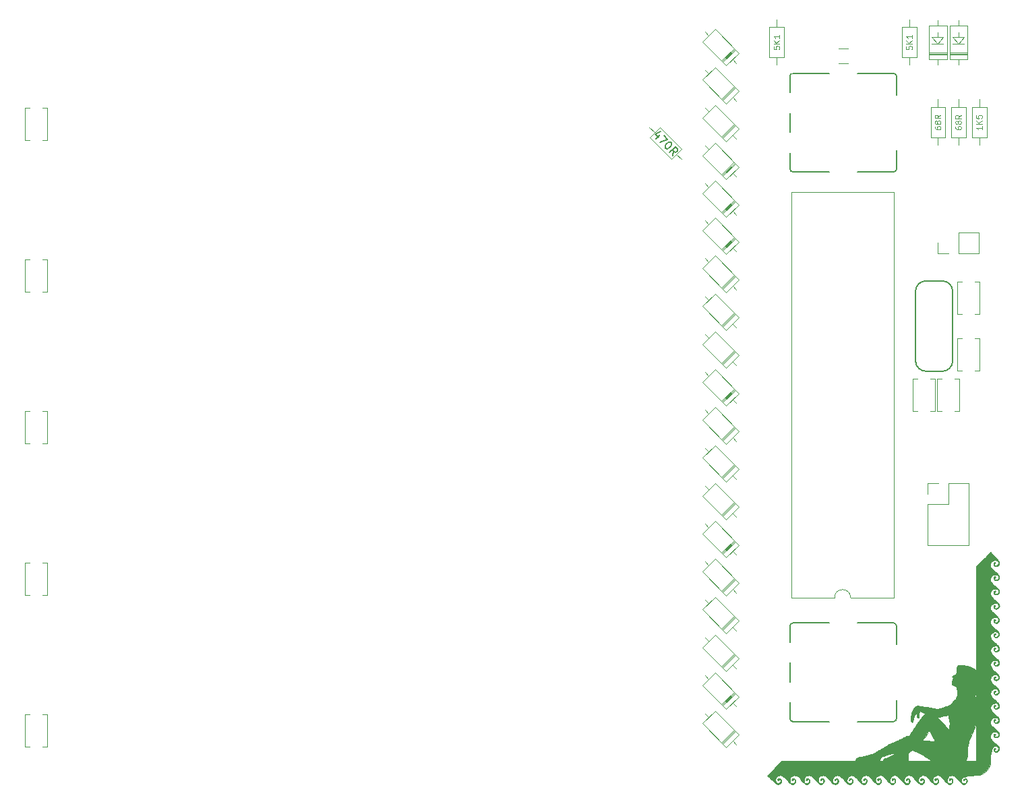
<source format=gbr>
G04 #@! TF.GenerationSoftware,KiCad,Pcbnew,(6.0.5)*
G04 #@! TF.CreationDate,2022-05-22T00:57:22-06:00*
G04 #@! TF.ProjectId,base,62617365-2e6b-4696-9361-645f70636258,rev?*
G04 #@! TF.SameCoordinates,Original*
G04 #@! TF.FileFunction,Legend,Top*
G04 #@! TF.FilePolarity,Positive*
%FSLAX46Y46*%
G04 Gerber Fmt 4.6, Leading zero omitted, Abs format (unit mm)*
G04 Created by KiCad (PCBNEW (6.0.5)) date 2022-05-22 00:57:22*
%MOMM*%
%LPD*%
G01*
G04 APERTURE LIST*
%ADD10C,0.108000*%
%ADD11C,0.150000*%
%ADD12C,0.120000*%
%ADD13C,0.127000*%
%ADD14C,0.010000*%
G04 APERTURE END LIST*
D10*
X216505714Y-69575714D02*
X216505714Y-69712857D01*
X216540000Y-69781428D01*
X216574285Y-69815714D01*
X216677142Y-69884285D01*
X216814285Y-69918571D01*
X217088571Y-69918571D01*
X217157142Y-69884285D01*
X217191428Y-69850000D01*
X217225714Y-69781428D01*
X217225714Y-69644285D01*
X217191428Y-69575714D01*
X217157142Y-69541428D01*
X217088571Y-69507142D01*
X216917142Y-69507142D01*
X216848571Y-69541428D01*
X216814285Y-69575714D01*
X216780000Y-69644285D01*
X216780000Y-69781428D01*
X216814285Y-69850000D01*
X216848571Y-69884285D01*
X216917142Y-69918571D01*
X216814285Y-69095714D02*
X216780000Y-69164285D01*
X216745714Y-69198571D01*
X216677142Y-69232857D01*
X216642857Y-69232857D01*
X216574285Y-69198571D01*
X216540000Y-69164285D01*
X216505714Y-69095714D01*
X216505714Y-68958571D01*
X216540000Y-68890000D01*
X216574285Y-68855714D01*
X216642857Y-68821428D01*
X216677142Y-68821428D01*
X216745714Y-68855714D01*
X216780000Y-68890000D01*
X216814285Y-68958571D01*
X216814285Y-69095714D01*
X216848571Y-69164285D01*
X216882857Y-69198571D01*
X216951428Y-69232857D01*
X217088571Y-69232857D01*
X217157142Y-69198571D01*
X217191428Y-69164285D01*
X217225714Y-69095714D01*
X217225714Y-68958571D01*
X217191428Y-68890000D01*
X217157142Y-68855714D01*
X217088571Y-68821428D01*
X216951428Y-68821428D01*
X216882857Y-68855714D01*
X216848571Y-68890000D01*
X216814285Y-68958571D01*
X217225714Y-68101428D02*
X216882857Y-68341428D01*
X217225714Y-68512857D02*
X216505714Y-68512857D01*
X216505714Y-68238571D01*
X216540000Y-68170000D01*
X216574285Y-68135714D01*
X216642857Y-68101428D01*
X216745714Y-68101428D01*
X216814285Y-68135714D01*
X216848571Y-68170000D01*
X216882857Y-68238571D01*
X216882857Y-68512857D01*
X210330714Y-59485178D02*
X210330714Y-59828035D01*
X210673571Y-59862321D01*
X210639285Y-59828035D01*
X210605000Y-59759464D01*
X210605000Y-59588035D01*
X210639285Y-59519464D01*
X210673571Y-59485178D01*
X210742142Y-59450892D01*
X210913571Y-59450892D01*
X210982142Y-59485178D01*
X211016428Y-59519464D01*
X211050714Y-59588035D01*
X211050714Y-59759464D01*
X211016428Y-59828035D01*
X210982142Y-59862321D01*
X211050714Y-59142321D02*
X210330714Y-59142321D01*
X211050714Y-58730892D02*
X210639285Y-59039464D01*
X210330714Y-58730892D02*
X210742142Y-59142321D01*
X211050714Y-58045178D02*
X211050714Y-58456607D01*
X211050714Y-58250892D02*
X210330714Y-58250892D01*
X210433571Y-58319464D01*
X210502142Y-58388035D01*
X210536428Y-58456607D01*
X213918214Y-69572589D02*
X213918214Y-69709732D01*
X213952500Y-69778303D01*
X213986785Y-69812589D01*
X214089642Y-69881160D01*
X214226785Y-69915446D01*
X214501071Y-69915446D01*
X214569642Y-69881160D01*
X214603928Y-69846875D01*
X214638214Y-69778303D01*
X214638214Y-69641160D01*
X214603928Y-69572589D01*
X214569642Y-69538303D01*
X214501071Y-69504017D01*
X214329642Y-69504017D01*
X214261071Y-69538303D01*
X214226785Y-69572589D01*
X214192500Y-69641160D01*
X214192500Y-69778303D01*
X214226785Y-69846875D01*
X214261071Y-69881160D01*
X214329642Y-69915446D01*
X214226785Y-69092589D02*
X214192500Y-69161160D01*
X214158214Y-69195446D01*
X214089642Y-69229732D01*
X214055357Y-69229732D01*
X213986785Y-69195446D01*
X213952500Y-69161160D01*
X213918214Y-69092589D01*
X213918214Y-68955446D01*
X213952500Y-68886875D01*
X213986785Y-68852589D01*
X214055357Y-68818303D01*
X214089642Y-68818303D01*
X214158214Y-68852589D01*
X214192500Y-68886875D01*
X214226785Y-68955446D01*
X214226785Y-69092589D01*
X214261071Y-69161160D01*
X214295357Y-69195446D01*
X214363928Y-69229732D01*
X214501071Y-69229732D01*
X214569642Y-69195446D01*
X214603928Y-69161160D01*
X214638214Y-69092589D01*
X214638214Y-68955446D01*
X214603928Y-68886875D01*
X214569642Y-68852589D01*
X214501071Y-68818303D01*
X214363928Y-68818303D01*
X214295357Y-68852589D01*
X214261071Y-68886875D01*
X214226785Y-68955446D01*
X214638214Y-68098303D02*
X214295357Y-68338303D01*
X214638214Y-68509732D02*
X213918214Y-68509732D01*
X213918214Y-68235446D01*
X213952500Y-68166875D01*
X213986785Y-68132589D01*
X214055357Y-68098303D01*
X214158214Y-68098303D01*
X214226785Y-68132589D01*
X214261071Y-68166875D01*
X214295357Y-68235446D01*
X214295357Y-68509732D01*
X193661964Y-59485178D02*
X193661964Y-59828035D01*
X194004821Y-59862321D01*
X193970535Y-59828035D01*
X193936250Y-59759464D01*
X193936250Y-59588035D01*
X193970535Y-59519464D01*
X194004821Y-59485178D01*
X194073392Y-59450892D01*
X194244821Y-59450892D01*
X194313392Y-59485178D01*
X194347678Y-59519464D01*
X194381964Y-59588035D01*
X194381964Y-59759464D01*
X194347678Y-59828035D01*
X194313392Y-59862321D01*
X194381964Y-59142321D02*
X193661964Y-59142321D01*
X194381964Y-58730892D02*
X193970535Y-59039464D01*
X193661964Y-58730892D02*
X194073392Y-59142321D01*
X194381964Y-58045178D02*
X194381964Y-58456607D01*
X194381964Y-58250892D02*
X193661964Y-58250892D01*
X193764821Y-58319464D01*
X193833392Y-58388035D01*
X193867678Y-58456607D01*
X219825714Y-69507142D02*
X219825714Y-69918571D01*
X219825714Y-69712857D02*
X219105714Y-69712857D01*
X219208571Y-69781428D01*
X219277142Y-69850000D01*
X219311428Y-69918571D01*
X219825714Y-69198571D02*
X219105714Y-69198571D01*
X219825714Y-68787142D02*
X219414285Y-69095714D01*
X219105714Y-68787142D02*
X219517142Y-69198571D01*
X219105714Y-68135714D02*
X219105714Y-68478571D01*
X219448571Y-68512857D01*
X219414285Y-68478571D01*
X219380000Y-68410000D01*
X219380000Y-68238571D01*
X219414285Y-68170000D01*
X219448571Y-68135714D01*
X219517142Y-68101428D01*
X219688571Y-68101428D01*
X219757142Y-68135714D01*
X219791428Y-68170000D01*
X219825714Y-68238571D01*
X219825714Y-68410000D01*
X219791428Y-68478571D01*
X219757142Y-68512857D01*
D11*
X179353298Y-70600252D02*
X178881893Y-71071657D01*
X179454313Y-70162519D02*
X178780878Y-70499237D01*
X179218611Y-70936970D01*
X179892046Y-70667596D02*
X180363451Y-71139000D01*
X179353298Y-71543061D01*
X180767512Y-71543061D02*
X180834855Y-71610405D01*
X180868527Y-71711420D01*
X180868527Y-71778764D01*
X180834855Y-71879779D01*
X180733840Y-72048138D01*
X180565481Y-72216496D01*
X180397122Y-72317512D01*
X180296107Y-72351183D01*
X180228764Y-72351183D01*
X180127748Y-72317512D01*
X180060405Y-72250168D01*
X180026733Y-72149153D01*
X180026733Y-72081809D01*
X180060405Y-71980794D01*
X180161420Y-71812435D01*
X180329779Y-71644076D01*
X180498138Y-71543061D01*
X180599153Y-71509389D01*
X180666496Y-71509389D01*
X180767512Y-71543061D01*
X181003214Y-73192977D02*
X181104229Y-72620557D01*
X180599153Y-72788916D02*
X181306260Y-72081809D01*
X181575634Y-72351183D01*
X181609305Y-72452199D01*
X181609305Y-72519542D01*
X181575634Y-72620557D01*
X181474618Y-72721573D01*
X181373603Y-72755244D01*
X181306260Y-72755244D01*
X181205244Y-72721573D01*
X180935870Y-72452199D01*
D12*
X215594000Y-116985000D02*
X215594000Y-114385000D01*
X212994000Y-122125000D02*
X218194000Y-122125000D01*
X218194000Y-114385000D02*
X218194000Y-122125000D01*
X212994000Y-114385000D02*
X214324000Y-114385000D01*
X212994000Y-116985000D02*
X212994000Y-122125000D01*
X212994000Y-116985000D02*
X215594000Y-116985000D01*
X212994000Y-115715000D02*
X212994000Y-114385000D01*
X215594000Y-114385000D02*
X218194000Y-114385000D01*
X187719280Y-95128026D02*
X189303199Y-93544107D01*
X187295016Y-94703762D02*
X188878935Y-93119843D01*
X185053487Y-90878314D02*
X185513107Y-91337934D01*
X187210163Y-94618909D02*
X188794082Y-93034990D01*
X187125310Y-94534056D02*
X188709229Y-92950137D01*
X189303199Y-93544107D02*
X186305066Y-90545974D01*
X184721147Y-92129893D02*
X187719280Y-95128026D01*
X188970859Y-94795686D02*
X188511240Y-94336067D01*
X186305066Y-90545974D02*
X184721147Y-92129893D01*
X216719000Y-96154000D02*
X216719000Y-100194000D01*
X217344000Y-100194000D02*
X216719000Y-100194000D01*
X219559000Y-100194000D02*
X218934000Y-100194000D01*
X217344000Y-96154000D02*
X216719000Y-96154000D01*
X219559000Y-96154000D02*
X218934000Y-96154000D01*
X219559000Y-96154000D02*
X219559000Y-100194000D01*
X185053487Y-100403314D02*
X185513107Y-100862934D01*
X188970859Y-104320686D02*
X188511240Y-103861067D01*
X189303199Y-103069107D02*
X186305066Y-100070974D01*
X187125310Y-104059056D02*
X188709229Y-102475137D01*
X187719280Y-104653026D02*
X189303199Y-103069107D01*
X187210163Y-104143909D02*
X188794082Y-102559990D01*
X186305066Y-100070974D02*
X184721147Y-101654893D01*
X184721147Y-101654893D02*
X187719280Y-104653026D01*
X187295016Y-104228762D02*
X188878935Y-102644843D01*
X184721147Y-87367393D02*
X187719280Y-90365526D01*
X187295016Y-89941262D02*
X188878935Y-88357343D01*
X185053487Y-86115814D02*
X185513107Y-86575434D01*
X188970859Y-90033186D02*
X188511240Y-89573567D01*
X189303199Y-88781607D02*
X186305066Y-85783474D01*
X187125310Y-89771556D02*
X188709229Y-88187637D01*
X186305066Y-85783474D02*
X184721147Y-87367393D01*
X187719280Y-90365526D02*
X189303199Y-88781607D01*
X187210163Y-89856409D02*
X188794082Y-88272490D01*
X189303199Y-74609905D02*
X186305066Y-71611772D01*
X186305066Y-71611772D02*
X184721147Y-73195691D01*
X187125310Y-75599854D02*
X188709229Y-74015935D01*
X187210163Y-75684707D02*
X188794082Y-74100788D01*
X185053487Y-71944112D02*
X185513107Y-72403732D01*
X184721147Y-73195691D02*
X187719280Y-76193824D01*
X188970859Y-75861484D02*
X188511240Y-75401865D01*
X187295016Y-75769560D02*
X188878935Y-74185641D01*
X187719280Y-76193824D02*
X189303199Y-74609905D01*
X216719000Y-93082000D02*
X216719000Y-89042000D01*
X216719000Y-93082000D02*
X217344000Y-93082000D01*
X218934000Y-89042000D02*
X219559000Y-89042000D01*
X219559000Y-93082000D02*
X219559000Y-89042000D01*
X216719000Y-89042000D02*
X217344000Y-89042000D01*
X218934000Y-93082000D02*
X219559000Y-93082000D01*
X184721147Y-68433191D02*
X187719280Y-71431324D01*
X188970859Y-71098984D02*
X188511240Y-70639365D01*
X189303199Y-69847405D02*
X186305066Y-66849272D01*
X187295016Y-71007060D02*
X188878935Y-69423141D01*
X187210163Y-70922207D02*
X188794082Y-69338288D01*
X187719280Y-71431324D02*
X189303199Y-69847405D01*
X186305066Y-66849272D02*
X184721147Y-68433191D01*
X185053487Y-67181612D02*
X185513107Y-67641232D01*
X187125310Y-70837354D02*
X188709229Y-69253435D01*
X187719280Y-66668824D02*
X189303199Y-65084905D01*
X189303199Y-65084905D02*
X186305066Y-62086772D01*
X188970859Y-66336484D02*
X188511240Y-65876865D01*
X185053487Y-62419112D02*
X185513107Y-62878732D01*
X186305066Y-62086772D02*
X184721147Y-63670691D01*
X187210163Y-66159707D02*
X188794082Y-64575788D01*
X187125310Y-66074854D02*
X188709229Y-64490935D01*
X187295016Y-66244560D02*
X188878935Y-64660641D01*
X184721147Y-63670691D02*
X187719280Y-66668824D01*
X188970859Y-123370686D02*
X188511240Y-122911067D01*
X189303199Y-122119107D02*
X186305066Y-119120974D01*
X187210163Y-123193909D02*
X188794082Y-121609990D01*
X187125310Y-123109056D02*
X188709229Y-121525137D01*
X187295016Y-123278762D02*
X188878935Y-121694843D01*
X185053487Y-119453314D02*
X185513107Y-119912934D01*
X187719280Y-123703026D02*
X189303199Y-122119107D01*
X186305066Y-119120974D02*
X184721147Y-120704893D01*
X184721147Y-120704893D02*
X187719280Y-123703026D01*
X187295016Y-99466262D02*
X188878935Y-97882343D01*
X186305066Y-95308474D02*
X184721147Y-96892393D01*
X187210163Y-99381409D02*
X188794082Y-97797490D01*
X185053487Y-95640814D02*
X185513107Y-96100434D01*
X188970859Y-99558186D02*
X188511240Y-99098567D01*
X187719280Y-99890526D02*
X189303199Y-98306607D01*
X184721147Y-96892393D02*
X187719280Y-99890526D01*
X187125310Y-99296556D02*
X188709229Y-97712637D01*
X189303199Y-98306607D02*
X186305066Y-95308474D01*
X184721147Y-82604893D02*
X187719280Y-85603026D01*
X185053487Y-81353314D02*
X185513107Y-81812934D01*
X186305066Y-81020974D02*
X184721147Y-82604893D01*
X187210163Y-85093909D02*
X188794082Y-83509990D01*
X187719280Y-85603026D02*
X189303199Y-84019107D01*
X189303199Y-84019107D02*
X186305066Y-81020974D01*
X187295016Y-85178762D02*
X188878935Y-83594843D01*
X188970859Y-85270686D02*
X188511240Y-84811067D01*
X187125310Y-85009056D02*
X188709229Y-83425137D01*
X187125310Y-61312354D02*
X188709229Y-59728435D01*
X187295016Y-61482060D02*
X188878935Y-59898141D01*
X187210163Y-61397207D02*
X188794082Y-59813288D01*
X188970859Y-61573984D02*
X188511240Y-61114365D01*
X189303199Y-60322405D02*
X186305066Y-57324272D01*
X187719280Y-61906324D02*
X189303199Y-60322405D01*
X184721147Y-58908191D02*
X187719280Y-61906324D01*
X186305066Y-57324272D02*
X184721147Y-58908191D01*
X185053487Y-57656612D02*
X185513107Y-58116232D01*
X188970859Y-118608186D02*
X188511240Y-118148567D01*
X184721147Y-115942393D02*
X187719280Y-118940526D01*
X185053487Y-114690814D02*
X185513107Y-115150434D01*
X187125310Y-118346556D02*
X188709229Y-116762637D01*
X187719280Y-118940526D02*
X189303199Y-117356607D01*
X186305066Y-114358474D02*
X184721147Y-115942393D01*
X189303199Y-117356607D02*
X186305066Y-114358474D01*
X187295016Y-118516262D02*
X188878935Y-116932343D01*
X187210163Y-118431409D02*
X188794082Y-116847490D01*
X187719280Y-114178026D02*
X189303199Y-112594107D01*
X184721147Y-111179893D02*
X187719280Y-114178026D01*
X189303199Y-112594107D02*
X186305066Y-109595974D01*
X185053487Y-109928314D02*
X185513107Y-110387934D01*
X187125310Y-113584056D02*
X188709229Y-112000137D01*
X186305066Y-109595974D02*
X184721147Y-111179893D01*
X188970859Y-113845686D02*
X188511240Y-113386067D01*
X187210163Y-113668909D02*
X188794082Y-112084990D01*
X187295016Y-113753762D02*
X188878935Y-112169843D01*
X189303199Y-107831607D02*
X186305066Y-104833474D01*
X187295016Y-108991262D02*
X188878935Y-107407343D01*
X186305066Y-104833474D02*
X184721147Y-106417393D01*
X184721147Y-106417393D02*
X187719280Y-109415526D01*
X185053487Y-105165814D02*
X185513107Y-105625434D01*
X187125310Y-108821556D02*
X188709229Y-107237637D01*
X187719280Y-109415526D02*
X189303199Y-107831607D01*
X188970859Y-109083186D02*
X188511240Y-108623567D01*
X187210163Y-108906409D02*
X188794082Y-107322490D01*
X187210163Y-147017611D02*
X188794082Y-145433692D01*
X188970859Y-147194388D02*
X188511240Y-146734769D01*
X187719280Y-147526728D02*
X189303199Y-145942809D01*
X187295016Y-147102464D02*
X188878935Y-145518545D01*
X189303199Y-145942809D02*
X186305066Y-142944676D01*
X186305066Y-142944676D02*
X184721147Y-144528595D01*
X185053487Y-143277016D02*
X185513107Y-143736636D01*
X184721147Y-144528595D02*
X187719280Y-147526728D01*
X187125310Y-146932758D02*
X188709229Y-145348839D01*
X188970859Y-142420686D02*
X188511240Y-141961067D01*
X187125310Y-142159056D02*
X188709229Y-140575137D01*
X184721147Y-139754893D02*
X187719280Y-142753026D01*
X187295016Y-142328762D02*
X188878935Y-140744843D01*
X185053487Y-138503314D02*
X185513107Y-138962934D01*
X187719280Y-142753026D02*
X189303199Y-141169107D01*
X187210163Y-142243909D02*
X188794082Y-140659990D01*
X189303199Y-141169107D02*
X186305066Y-138170974D01*
X186305066Y-138170974D02*
X184721147Y-139754893D01*
D13*
X211491000Y-99023000D02*
X211491000Y-90213000D01*
X214831000Y-100293000D02*
X212811000Y-100293000D01*
X216151000Y-90213000D02*
X216151000Y-99023000D01*
X212811000Y-88943000D02*
X214831000Y-88943000D01*
X214831000Y-100293000D02*
G75*
G03*
X216151000Y-99023000I25000J1295000D01*
G01*
X211491000Y-99023000D02*
G75*
G03*
X212811000Y-100293000I1295000J25000D01*
G01*
X212811000Y-88943000D02*
G75*
G03*
X211491000Y-90213000I-25001J-1294999D01*
G01*
X216151000Y-90213000D02*
G75*
G03*
X214831000Y-88943000I-1294999J-24999D01*
G01*
D11*
X208706250Y-144312500D02*
X204206250Y-144312500D01*
X195706250Y-139312500D02*
X195706250Y-136912500D01*
X200606250Y-144312500D02*
X196106250Y-144312500D01*
X195706250Y-134312500D02*
X195706250Y-132312500D01*
X196106250Y-131912500D02*
X200606250Y-131912500D01*
X209106250Y-132312500D02*
X209106250Y-134612500D01*
X195706250Y-143912500D02*
X195706250Y-141912500D01*
X209106250Y-141612500D02*
X209106250Y-143912500D01*
X204206250Y-131912500D02*
X208706250Y-131912500D01*
X209106250Y-132312500D02*
G75*
G03*
X208706250Y-131912500I-400000J0D01*
G01*
X196106250Y-131912500D02*
G75*
G03*
X195706250Y-132312500I0J-400000D01*
G01*
X208706250Y-144312500D02*
G75*
G03*
X209106250Y-143912500I1J399999D01*
G01*
X195706250Y-143912500D02*
G75*
G03*
X196106250Y-144312500I399999J-1D01*
G01*
D12*
X184721147Y-130229893D02*
X187719280Y-133228026D01*
X188970859Y-132895686D02*
X188511240Y-132436067D01*
X187295016Y-132803762D02*
X188878935Y-131219843D01*
X189303199Y-131644107D02*
X186305066Y-128645974D01*
X185053487Y-128978314D02*
X185513107Y-129437934D01*
X187210163Y-132718909D02*
X188794082Y-131134990D01*
X187719280Y-133228026D02*
X189303199Y-131644107D01*
X186305066Y-128645974D02*
X184721147Y-130229893D01*
X187125310Y-132634056D02*
X188709229Y-131050137D01*
X187210163Y-127956409D02*
X188794082Y-126372490D01*
X187295016Y-128041262D02*
X188878935Y-126457343D01*
X187719280Y-128465526D02*
X189303199Y-126881607D01*
X185053487Y-124215814D02*
X185513107Y-124675434D01*
X188970859Y-128133186D02*
X188511240Y-127673567D01*
X187125310Y-127871556D02*
X188709229Y-126287637D01*
X189303199Y-126881607D02*
X186305066Y-123883474D01*
X186305066Y-123883474D02*
X184721147Y-125467393D01*
X184721147Y-125467393D02*
X187719280Y-128465526D01*
X184721147Y-134992393D02*
X187719280Y-137990526D01*
X187210163Y-137481409D02*
X188794082Y-135897490D01*
X187719280Y-137990526D02*
X189303199Y-136406607D01*
X187125310Y-137396556D02*
X188709229Y-135812637D01*
X187295016Y-137566262D02*
X188878935Y-135982343D01*
X188970859Y-137658186D02*
X188511240Y-137198567D01*
X189303199Y-136406607D02*
X186305066Y-133408474D01*
X186305066Y-133408474D02*
X184721147Y-134992393D01*
X185053487Y-133740814D02*
X185513107Y-134200434D01*
X185053487Y-76706612D02*
X185513107Y-77166232D01*
X189303199Y-79372405D02*
X186305066Y-76374272D01*
X187719280Y-80956324D02*
X189303199Y-79372405D01*
X188970859Y-80623984D02*
X188511240Y-80164365D01*
X187210163Y-80447207D02*
X188794082Y-78863288D01*
X187125310Y-80362354D02*
X188709229Y-78778435D01*
X186305066Y-76374272D02*
X184721147Y-77958191D01*
X184721147Y-77958191D02*
X187719280Y-80956324D01*
X187295016Y-80532060D02*
X188878935Y-78948141D01*
X195866875Y-77806875D02*
X195866875Y-128726875D01*
X203326875Y-128726875D02*
X208786875Y-128726875D01*
X195866875Y-128726875D02*
X201326875Y-128726875D01*
X208786875Y-77806875D02*
X195866875Y-77806875D01*
X208786875Y-128726875D02*
X208786875Y-77806875D01*
X203326875Y-128726875D02*
G75*
G03*
X201326875Y-128726875I-1000000J0D01*
G01*
X215980000Y-67090000D02*
X215980000Y-70930000D01*
X217820000Y-70930000D02*
X217820000Y-67090000D01*
X216900000Y-66140000D02*
X216900000Y-67090000D01*
X216900000Y-71880000D02*
X216900000Y-70930000D01*
X217820000Y-67090000D02*
X215980000Y-67090000D01*
X215980000Y-70930000D02*
X217820000Y-70930000D01*
X211645000Y-57033750D02*
X209805000Y-57033750D01*
X211645000Y-60873750D02*
X211645000Y-57033750D01*
X210725000Y-56083750D02*
X210725000Y-57033750D01*
X209805000Y-57033750D02*
X209805000Y-60873750D01*
X210725000Y-61823750D02*
X210725000Y-60873750D01*
X209805000Y-60873750D02*
X211645000Y-60873750D01*
X214312500Y-66136875D02*
X214312500Y-67086875D01*
X214312500Y-71876875D02*
X214312500Y-70926875D01*
X213392500Y-70926875D02*
X215232500Y-70926875D01*
X215232500Y-70926875D02*
X215232500Y-67086875D01*
X213392500Y-67086875D02*
X213392500Y-70926875D01*
X215232500Y-67086875D02*
X213392500Y-67086875D01*
D11*
X209106250Y-72556250D02*
X209106250Y-74856250D01*
X195706250Y-65256250D02*
X195706250Y-63256250D01*
X196106250Y-62856250D02*
X200606250Y-62856250D01*
X200606250Y-75256250D02*
X196106250Y-75256250D01*
X204206250Y-62856250D02*
X208706250Y-62856250D01*
X195706250Y-74856250D02*
X195706250Y-72856250D01*
X195706250Y-70256250D02*
X195706250Y-67856250D01*
X209106250Y-63256250D02*
X209106250Y-65556250D01*
X208706250Y-75256250D02*
X204206250Y-75256250D01*
X208706250Y-75256250D02*
G75*
G03*
X209106250Y-74856250I1J399999D01*
G01*
X196106250Y-62856250D02*
G75*
G03*
X195706250Y-63256250I0J-400000D01*
G01*
X195706250Y-74856250D02*
G75*
G03*
X196106250Y-75256250I399999J-1D01*
G01*
X209106250Y-63256250D02*
G75*
G03*
X208706250Y-62856250I-400000J0D01*
G01*
D12*
X203002064Y-59790000D02*
X201797936Y-59790000D01*
X203002064Y-61610000D02*
X201797936Y-61610000D01*
G36*
X203965953Y-149052672D02*
G01*
X203991578Y-148979364D01*
X204015803Y-148939196D01*
X204051043Y-148904924D01*
X204104093Y-148873896D01*
X204181750Y-148843459D01*
X204290808Y-148810959D01*
X204438062Y-148773744D01*
X204630309Y-148729160D01*
X204635417Y-148728004D01*
X204774076Y-148695367D01*
X204937800Y-148654945D01*
X205100692Y-148613196D01*
X205177813Y-148592744D01*
X205310556Y-148557801D01*
X205439235Y-148525319D01*
X205546606Y-148499580D01*
X205601146Y-148487605D01*
X205697587Y-148464770D01*
X205808712Y-148433418D01*
X205922152Y-148397701D01*
X206025534Y-148361774D01*
X206106489Y-148329790D01*
X206152646Y-148305901D01*
X206158057Y-148300627D01*
X206193994Y-148280576D01*
X206227490Y-148276250D01*
X206284806Y-148264243D01*
X206353861Y-148234400D01*
X206418670Y-148195993D01*
X206463245Y-148158292D01*
X206473282Y-148133720D01*
X206491587Y-148111004D01*
X206548686Y-148071648D01*
X206635426Y-148021407D01*
X206730579Y-147971979D01*
X206849134Y-147911893D01*
X206959456Y-147853567D01*
X207047142Y-147804746D01*
X207088930Y-147779328D01*
X207164005Y-147733584D01*
X207261426Y-147679218D01*
X207330812Y-147642943D01*
X207424735Y-147591770D01*
X207540917Y-147523126D01*
X207658119Y-147449670D01*
X207688447Y-147429817D01*
X207823950Y-147347069D01*
X207997391Y-147251706D01*
X208197017Y-147149311D01*
X208411079Y-147045468D01*
X208627824Y-146945762D01*
X208835502Y-146855777D01*
X209022362Y-146781097D01*
X209146563Y-146736912D01*
X209265020Y-146692741D01*
X209400740Y-146634314D01*
X209403094Y-146633172D01*
X212361183Y-146633172D01*
X212402586Y-146653452D01*
X212489968Y-146661669D01*
X212546459Y-146662810D01*
X212646486Y-146668520D01*
X212772059Y-146682280D01*
X212896951Y-146701184D01*
X212903646Y-146702382D01*
X213027681Y-146721408D01*
X213153924Y-146735317D01*
X213256156Y-146741254D01*
X213260834Y-146741294D01*
X213367280Y-146747399D01*
X213471641Y-146762123D01*
X213512188Y-146771378D01*
X213604590Y-146793556D01*
X213707966Y-146813032D01*
X213809502Y-146828134D01*
X213896383Y-146837191D01*
X213955796Y-146838531D01*
X213975190Y-146831787D01*
X213963590Y-146808763D01*
X213931411Y-146746464D01*
X213882607Y-146652501D01*
X213821129Y-146534487D01*
X213763542Y-146424167D01*
X213694439Y-146291256D01*
X213634787Y-146175285D01*
X213588560Y-146084086D01*
X213559736Y-146025491D01*
X213551875Y-146007278D01*
X213539694Y-145980904D01*
X213506620Y-145918185D01*
X213457859Y-145828810D01*
X213404865Y-145733596D01*
X213339334Y-145619071D01*
X213291678Y-145543523D01*
X213255223Y-145499052D01*
X213223294Y-145477757D01*
X213189215Y-145471740D01*
X213183542Y-145471667D01*
X213144632Y-145476225D01*
X213113603Y-145496435D01*
X213082532Y-145542096D01*
X213043492Y-145623010D01*
X213022264Y-145671123D01*
X212886046Y-145944877D01*
X212731307Y-146186949D01*
X212564016Y-146388411D01*
X212502308Y-146448871D01*
X212412099Y-146535991D01*
X212364705Y-146595722D01*
X212361183Y-146633172D01*
X209403094Y-146633172D01*
X209525215Y-146573935D01*
X209530209Y-146571310D01*
X209651850Y-146507453D01*
X209783173Y-146439100D01*
X209896572Y-146380615D01*
X209900625Y-146378540D01*
X210014806Y-146315178D01*
X210135084Y-146240813D01*
X210216030Y-146185384D01*
X210299693Y-146127573D01*
X210365414Y-146095933D01*
X210435874Y-146082728D01*
X210524389Y-146080209D01*
X210689324Y-146080209D01*
X210769005Y-145939021D01*
X210826586Y-145844881D01*
X210901149Y-145733448D01*
X210976617Y-145628743D01*
X210977076Y-145628136D01*
X211038264Y-145543892D01*
X211122684Y-145422825D01*
X211225132Y-145272738D01*
X211340407Y-145101436D01*
X211463306Y-144916722D01*
X211588626Y-144726401D01*
X211711165Y-144538278D01*
X211825720Y-144360157D01*
X211892714Y-144254584D01*
X211976402Y-144127278D01*
X212066943Y-143998368D01*
X212152196Y-143884719D01*
X212207947Y-143816675D01*
X212239332Y-143780343D01*
X214223261Y-143780343D01*
X214235905Y-143808786D01*
X214273257Y-143857189D01*
X214338673Y-143929453D01*
X214435512Y-144029478D01*
X214567132Y-144161164D01*
X214590186Y-144183991D01*
X214742752Y-144337531D01*
X214912013Y-144512248D01*
X215083522Y-144692952D01*
X215242832Y-144864453D01*
X215352076Y-144985141D01*
X215708229Y-145384968D01*
X215728251Y-145276182D01*
X215735264Y-145213680D01*
X215741993Y-145109595D01*
X215747913Y-144975259D01*
X215752500Y-144822005D01*
X215754709Y-144704375D01*
X215756712Y-144536052D01*
X215756618Y-144409859D01*
X215753318Y-144315019D01*
X215745702Y-144240753D01*
X215732663Y-144176285D01*
X215713091Y-144110837D01*
X215685879Y-144033632D01*
X215685646Y-144032990D01*
X215623646Y-143811616D01*
X215606271Y-143654158D01*
X215602728Y-143562383D01*
X215594786Y-143512614D01*
X215578539Y-143493940D01*
X215550080Y-143495453D01*
X215549479Y-143495587D01*
X215509213Y-143504062D01*
X215425097Y-143521354D01*
X215305154Y-143545828D01*
X215157408Y-143575848D01*
X214989883Y-143609781D01*
X214888021Y-143630367D01*
X214713145Y-143665892D01*
X214553817Y-143698659D01*
X214417977Y-143727003D01*
X214313561Y-143749260D01*
X214248507Y-143763764D01*
X214231965Y-143767961D01*
X214223261Y-143780343D01*
X212239332Y-143780343D01*
X212284879Y-143727617D01*
X212357150Y-143642038D01*
X212410291Y-143577092D01*
X212414167Y-143572175D01*
X212463655Y-143518603D01*
X212505260Y-143489353D01*
X212513386Y-143487532D01*
X212544300Y-143474676D01*
X212546639Y-143467448D01*
X212566657Y-143441625D01*
X212616621Y-143400670D01*
X212639243Y-143384663D01*
X212704744Y-143332734D01*
X212730968Y-143294990D01*
X212714913Y-143276602D01*
X212702593Y-143275625D01*
X212661209Y-143265662D01*
X212594972Y-143240949D01*
X212576915Y-143233240D01*
X212499878Y-143200541D01*
X212435308Y-143174919D01*
X212427396Y-143172033D01*
X212377764Y-143151160D01*
X212297936Y-143114313D01*
X212204953Y-143069363D01*
X212202500Y-143068151D01*
X212116444Y-143026675D01*
X212049893Y-142996626D01*
X212016020Y-142983923D01*
X212014903Y-142983837D01*
X212001152Y-143007777D01*
X211981396Y-143069121D01*
X211964185Y-143136719D01*
X211939043Y-143232812D01*
X211911913Y-143317285D01*
X211896266Y-143355559D01*
X211879670Y-143418083D01*
X211869551Y-143515948D01*
X211867609Y-143625413D01*
X211868085Y-143730437D01*
X211862748Y-143793849D01*
X211849407Y-143826827D01*
X211825874Y-143840552D01*
X211825469Y-143840659D01*
X211786892Y-143840777D01*
X211779167Y-143830556D01*
X211757415Y-143805568D01*
X211727604Y-143791992D01*
X211678184Y-143756987D01*
X211647910Y-143685727D01*
X211634659Y-143572005D01*
X211633646Y-143517069D01*
X211623130Y-143409188D01*
X211593207Y-143349112D01*
X211546313Y-143336446D01*
X211484887Y-143370797D01*
X211411365Y-143451772D01*
X211336351Y-143565059D01*
X211291439Y-143655748D01*
X211268579Y-143748984D01*
X211261337Y-143857709D01*
X211258630Y-143970454D01*
X211254580Y-144040464D01*
X211247007Y-144077913D01*
X211233730Y-144092976D01*
X211212569Y-144095828D01*
X211210313Y-144095834D01*
X211179036Y-144119097D01*
X211170625Y-144176522D01*
X211158612Y-144261308D01*
X211128003Y-144338115D01*
X211086947Y-144392094D01*
X211043591Y-144408396D01*
X211043418Y-144408364D01*
X210994415Y-144373790D01*
X210949129Y-144292896D01*
X210910224Y-144172270D01*
X210880366Y-144018499D01*
X210877563Y-143998468D01*
X210866229Y-143907846D01*
X210861727Y-143836620D01*
X210865904Y-143770685D01*
X210880607Y-143695933D01*
X210907684Y-143598258D01*
X210946602Y-143471216D01*
X211012330Y-143280647D01*
X211090925Y-143086835D01*
X211177111Y-142900431D01*
X211265609Y-142732086D01*
X211351143Y-142592452D01*
X211428435Y-142492179D01*
X211435164Y-142485081D01*
X211514746Y-142414000D01*
X211598978Y-142364898D01*
X211695649Y-142337139D01*
X211812551Y-142330088D01*
X211957470Y-142343108D01*
X212138198Y-142375563D01*
X212308334Y-142413795D01*
X212535350Y-142459281D01*
X212778272Y-142490354D01*
X213009479Y-142507259D01*
X213175096Y-142517299D01*
X213303897Y-142528995D01*
X213411972Y-142545095D01*
X213515410Y-142568348D01*
X213630301Y-142601502D01*
X213710625Y-142627032D01*
X213864505Y-142676330D01*
X213978540Y-142710377D01*
X214063091Y-142730632D01*
X214128523Y-142738558D01*
X214185198Y-142735613D01*
X214243479Y-142723259D01*
X214293053Y-142709120D01*
X214389930Y-142684937D01*
X214480516Y-142669740D01*
X214518873Y-142667084D01*
X214584643Y-142657348D01*
X214689732Y-142630329D01*
X214824698Y-142589307D01*
X214980103Y-142537562D01*
X215146507Y-142478377D01*
X215314470Y-142415031D01*
X215474554Y-142350806D01*
X215617317Y-142288982D01*
X215649710Y-142274045D01*
X215772215Y-142215700D01*
X215856070Y-142171695D01*
X215910970Y-142134855D01*
X215946610Y-142098002D01*
X215972684Y-142053959D01*
X215986015Y-142025076D01*
X216034417Y-141945719D01*
X216113108Y-141848105D01*
X216209734Y-141745306D01*
X216311939Y-141650395D01*
X216407369Y-141576445D01*
X216414458Y-141571750D01*
X216462098Y-141523539D01*
X216522125Y-141437002D01*
X216587255Y-141322937D01*
X216603403Y-141291542D01*
X216654083Y-141189397D01*
X216685656Y-141116936D01*
X216687752Y-141112127D01*
X216703436Y-141059245D01*
X218953969Y-141059245D01*
X218965283Y-141116936D01*
X218965352Y-141116936D01*
X218994648Y-141183313D01*
X219054576Y-141227142D01*
X219073356Y-141228761D01*
X219080739Y-141184146D01*
X219081667Y-141130560D01*
X219077340Y-141060993D01*
X219070000Y-141000000D01*
X219001688Y-140984575D01*
X218953969Y-141059245D01*
X216703436Y-141059245D01*
X216708060Y-141043654D01*
X216718656Y-140967902D01*
X216723191Y-140868793D01*
X216724983Y-140755987D01*
X216721552Y-140528460D01*
X216705873Y-140326320D01*
X216678988Y-140157052D01*
X216641943Y-140028140D01*
X216615906Y-139974307D01*
X216553991Y-139899112D01*
X216464560Y-139838614D01*
X216336912Y-139786278D01*
X216277331Y-139767518D01*
X216140158Y-139713164D01*
X216053276Y-139645994D01*
X216015359Y-139564850D01*
X216013342Y-139536465D01*
X216026129Y-139459379D01*
X216053029Y-139401037D01*
X216086156Y-139328296D01*
X216087082Y-139254401D01*
X216064295Y-139210504D01*
X216055058Y-139175483D01*
X216077525Y-139149056D01*
X216106244Y-139100136D01*
X216118332Y-139029716D01*
X216118334Y-139029063D01*
X216129869Y-138958931D01*
X216157648Y-138910314D01*
X216158021Y-138910000D01*
X216193907Y-138856315D01*
X216182410Y-138790183D01*
X216144792Y-138732012D01*
X216107644Y-138674664D01*
X216091879Y-138630233D01*
X216091875Y-138629779D01*
X216113928Y-138603034D01*
X216173070Y-138560366D01*
X216258773Y-138508940D01*
X216310156Y-138481212D01*
X216415246Y-138423799D01*
X216492666Y-138370638D01*
X216547172Y-138312181D01*
X216583516Y-138238884D01*
X216606452Y-138141198D01*
X216620734Y-138009578D01*
X216630995Y-137836903D01*
X216641728Y-137667160D01*
X216656485Y-137539657D01*
X216678368Y-137443724D01*
X216710483Y-137368693D01*
X216755933Y-137303894D01*
X216799911Y-137256323D01*
X216872396Y-137183480D01*
X217136979Y-137203300D01*
X217292764Y-137215149D01*
X217407608Y-137224881D01*
X217493343Y-137234272D01*
X217561801Y-137245099D01*
X217624815Y-137259138D01*
X217694216Y-137278164D01*
X217755425Y-137296140D01*
X217885628Y-137327830D01*
X218000917Y-137343307D01*
X218059696Y-137343076D01*
X218123954Y-137342292D01*
X218190320Y-137356448D01*
X218273210Y-137390096D01*
X218380612Y-137444375D01*
X218497944Y-137503770D01*
X218618934Y-137560605D01*
X218721254Y-137604481D01*
X218740056Y-137611743D01*
X218871052Y-137673557D01*
X218961680Y-137750538D01*
X219024371Y-137854340D01*
X219039617Y-137892529D01*
X219043704Y-137899113D01*
X219047498Y-137894505D01*
X219051011Y-137876876D01*
X219054254Y-137844398D01*
X219057238Y-137795242D01*
X219059976Y-137727580D01*
X219062477Y-137639585D01*
X219064753Y-137529427D01*
X219066816Y-137395278D01*
X219068677Y-137235310D01*
X219070347Y-137047696D01*
X219071838Y-136830605D01*
X219073160Y-136582211D01*
X219074326Y-136300684D01*
X219075346Y-135984197D01*
X219076231Y-135630921D01*
X219076994Y-135239028D01*
X219077645Y-134806690D01*
X219078196Y-134332078D01*
X219078657Y-133813364D01*
X219079041Y-133248720D01*
X219079358Y-132636317D01*
X219079621Y-131974327D01*
X219079803Y-131392327D01*
X219081667Y-124787467D01*
X219982801Y-123898004D01*
X220163620Y-123719927D01*
X220333147Y-123553742D01*
X220487644Y-123403060D01*
X220623370Y-123271491D01*
X220736588Y-123162645D01*
X220823558Y-123080134D01*
X220880541Y-123027567D01*
X220903797Y-123008556D01*
X220903925Y-123008542D01*
X220929342Y-123028091D01*
X220974321Y-123078636D01*
X221014822Y-123130358D01*
X221068882Y-123194082D01*
X221152175Y-123281850D01*
X221254080Y-123382894D01*
X221363980Y-123486443D01*
X221383542Y-123504291D01*
X221578487Y-123686328D01*
X221733022Y-123843078D01*
X221850378Y-123979180D01*
X221933787Y-124099275D01*
X221986481Y-124208001D01*
X222011690Y-124309997D01*
X222012858Y-124407761D01*
X221976159Y-124548805D01*
X221898645Y-124660555D01*
X221784932Y-124736537D01*
X221775832Y-124740310D01*
X221639149Y-124775475D01*
X221513398Y-124772372D01*
X221406130Y-124735710D01*
X221324896Y-124670200D01*
X221277244Y-124580554D01*
X221270726Y-124471483D01*
X221279304Y-124430512D01*
X221320084Y-124335198D01*
X221378139Y-124287959D01*
X221441617Y-124283125D01*
X221495298Y-124309843D01*
X221510935Y-124360147D01*
X221487765Y-124420072D01*
X221451128Y-124457890D01*
X221395709Y-124524025D01*
X221382956Y-124592798D01*
X221412580Y-124651113D01*
X221456027Y-124677827D01*
X221570406Y-124696762D01*
X221677079Y-124671447D01*
X221768138Y-124610547D01*
X221835673Y-124522728D01*
X221871773Y-124416656D01*
X221868530Y-124300997D01*
X221850915Y-124245189D01*
X221783648Y-124142359D01*
X221681515Y-124076606D01*
X221555962Y-124047005D01*
X221381084Y-124050344D01*
X221221778Y-124097104D01*
X221085074Y-124181425D01*
X220978005Y-124297450D01*
X220907602Y-124439318D01*
X220880896Y-124601171D01*
X220880834Y-124609578D01*
X220888039Y-124719306D01*
X220912415Y-124821840D01*
X220958103Y-124922936D01*
X221029243Y-125028348D01*
X221129975Y-125143830D01*
X221264440Y-125275137D01*
X221436779Y-125428024D01*
X221521666Y-125500237D01*
X221688593Y-125646035D01*
X221815410Y-125769571D01*
X221906766Y-125876815D01*
X221967307Y-125973736D01*
X222001682Y-126066302D01*
X222012566Y-126130658D01*
X222005495Y-126266052D01*
X221953361Y-126381524D01*
X221852446Y-126484976D01*
X221842035Y-126493060D01*
X221772156Y-126538334D01*
X221701440Y-126560632D01*
X221605599Y-126567129D01*
X221591162Y-126567188D01*
X221498422Y-126563793D01*
X221437204Y-126548667D01*
X221386289Y-126514397D01*
X221354946Y-126484658D01*
X221295420Y-126409295D01*
X221273375Y-126331129D01*
X221272417Y-126305458D01*
X221288052Y-126200178D01*
X221330556Y-126123561D01*
X221393332Y-126084846D01*
X221431501Y-126082726D01*
X221491939Y-126107870D01*
X221512135Y-126156500D01*
X221490687Y-126216165D01*
X221451128Y-126257057D01*
X221395691Y-126323765D01*
X221390133Y-126391881D01*
X221434557Y-126452988D01*
X221448612Y-126463083D01*
X221538236Y-126493474D01*
X221634946Y-126481264D01*
X221728421Y-126433824D01*
X221808340Y-126358525D01*
X221864384Y-126262737D01*
X221886231Y-126153833D01*
X221886250Y-126150519D01*
X221864626Y-126055758D01*
X221809091Y-125961556D01*
X221733645Y-125890930D01*
X221725255Y-125885886D01*
X221627846Y-125852450D01*
X221502292Y-125838926D01*
X221369406Y-125845148D01*
X221250002Y-125870946D01*
X221203894Y-125890077D01*
X221059567Y-125991389D01*
X220955780Y-126121548D01*
X220895071Y-126272575D01*
X220879978Y-126436492D01*
X220913038Y-126605322D01*
X220949205Y-126690643D01*
X221042002Y-126836664D01*
X221171755Y-126988510D01*
X221326189Y-127132607D01*
X221405178Y-127194813D01*
X221542415Y-127303694D01*
X221675134Y-127421887D01*
X221793980Y-127539998D01*
X221889598Y-127648630D01*
X221952632Y-127738388D01*
X221959784Y-127751791D01*
X222008325Y-127897980D01*
X222009076Y-128035562D01*
X221966521Y-128157148D01*
X221885141Y-128255350D01*
X221769420Y-128322779D01*
X221623839Y-128352047D01*
X221595209Y-128352694D01*
X221464865Y-128337577D01*
X221370781Y-128289971D01*
X221304177Y-128205167D01*
X221298106Y-128193271D01*
X221268727Y-128112954D01*
X221270862Y-128037405D01*
X221279420Y-128001969D01*
X221318372Y-127919461D01*
X221374485Y-127867229D01*
X221436215Y-127850020D01*
X221492020Y-127872580D01*
X221516456Y-127904496D01*
X221529027Y-127945380D01*
X221511740Y-127985021D01*
X221464470Y-128034174D01*
X221401951Y-128113703D01*
X221388342Y-128183073D01*
X221419767Y-128235819D01*
X221492350Y-128265477D01*
X221602214Y-128265582D01*
X221603167Y-128265455D01*
X221720798Y-128225927D01*
X221809648Y-128149307D01*
X221863832Y-128046212D01*
X221877468Y-127927255D01*
X221851240Y-127817842D01*
X221788584Y-127723994D01*
X221691121Y-127663886D01*
X221555037Y-127635630D01*
X221477679Y-127632810D01*
X221342935Y-127640518D01*
X221239431Y-127667124D01*
X221146797Y-127719842D01*
X221080652Y-127773379D01*
X220965983Y-127902981D01*
X220900310Y-128049746D01*
X220880834Y-128207604D01*
X220891864Y-128330329D01*
X220927711Y-128447819D01*
X220992508Y-128566069D01*
X221090386Y-128691075D01*
X221225478Y-128828834D01*
X221401916Y-128985341D01*
X221437412Y-129015155D01*
X221632595Y-129183659D01*
X221785084Y-129329362D01*
X221897532Y-129456735D01*
X221972592Y-129570249D01*
X222012918Y-129674373D01*
X222021163Y-129773580D01*
X221999980Y-129872340D01*
X221977848Y-129925781D01*
X221905350Y-130028942D01*
X221806674Y-130102545D01*
X221692561Y-130145715D01*
X221573751Y-130157579D01*
X221460985Y-130137262D01*
X221365005Y-130083891D01*
X221296551Y-129996591D01*
X221289841Y-129981768D01*
X221268610Y-129885577D01*
X221279837Y-129793810D01*
X221317307Y-129717842D01*
X221374806Y-129669049D01*
X221446118Y-129658806D01*
X221463916Y-129663130D01*
X221507094Y-129697998D01*
X221510101Y-129754343D01*
X221473862Y-129820302D01*
X221449688Y-129845704D01*
X221395997Y-129917356D01*
X221387728Y-129984422D01*
X221424975Y-130037400D01*
X221447663Y-130050350D01*
X221543950Y-130067582D01*
X221649542Y-130045416D01*
X221749789Y-129991637D01*
X221830044Y-129914032D01*
X221874975Y-129823195D01*
X221879329Y-129749537D01*
X221866434Y-129662459D01*
X221862598Y-129648515D01*
X221804234Y-129539112D01*
X221705637Y-129463119D01*
X221568558Y-129421736D01*
X221524188Y-129416569D01*
X221350002Y-129426336D01*
X221193614Y-129481491D01*
X221061789Y-129575833D01*
X220961291Y-129703157D01*
X220898883Y-129857261D01*
X220880833Y-130006597D01*
X220888119Y-130110375D01*
X220912659Y-130208598D01*
X220958475Y-130306634D01*
X221029590Y-130409847D01*
X221130027Y-130523606D01*
X221263810Y-130653276D01*
X221434961Y-130804224D01*
X221553853Y-130904402D01*
X221718325Y-131047058D01*
X221841739Y-131168784D01*
X221928416Y-131275867D01*
X221982680Y-131374591D01*
X222008856Y-131471242D01*
X222011447Y-131569657D01*
X221979110Y-131714289D01*
X221907146Y-131824769D01*
X221798233Y-131898740D01*
X221655043Y-131933844D01*
X221595209Y-131936513D01*
X221453373Y-131919346D01*
X221351216Y-131867841D01*
X221287652Y-131781401D01*
X221280707Y-131763479D01*
X221270002Y-131668531D01*
X221292559Y-131568314D01*
X221341630Y-131485163D01*
X221373127Y-131457536D01*
X221418948Y-131435890D01*
X221459826Y-131448008D01*
X221490951Y-131471164D01*
X221553044Y-131521444D01*
X221468293Y-131606195D01*
X221402504Y-131691158D01*
X221385487Y-131761707D01*
X221415735Y-131813362D01*
X221491740Y-131841643D01*
X221548897Y-131845625D01*
X221681717Y-131824068D01*
X221783782Y-131760157D01*
X221845891Y-131671325D01*
X221879190Y-131545867D01*
X221860881Y-131425156D01*
X221792216Y-131316399D01*
X221782491Y-131306321D01*
X221684910Y-131243483D01*
X221559214Y-131212423D01*
X221418962Y-131212304D01*
X221277712Y-131242291D01*
X221149022Y-131301550D01*
X221085162Y-131349289D01*
X220968316Y-131481199D01*
X220901187Y-131624914D01*
X220880834Y-131778091D01*
X220889554Y-131888485D01*
X220918244Y-131994987D01*
X220970698Y-132102690D01*
X221050709Y-132216687D01*
X221162071Y-132342069D01*
X221308577Y-132483930D01*
X221494021Y-132647362D01*
X221586533Y-132725417D01*
X221692609Y-132818621D01*
X221792108Y-132914192D01*
X221872525Y-132999665D01*
X221914955Y-133052745D01*
X221989049Y-133197120D01*
X222015301Y-133338373D01*
X221995989Y-133469383D01*
X221933389Y-133583029D01*
X221829778Y-133672188D01*
X221699479Y-133726659D01*
X221569819Y-133745588D01*
X221462129Y-133722615D01*
X221362380Y-133654626D01*
X221358276Y-133650851D01*
X221303693Y-133589310D01*
X221278082Y-133523184D01*
X221273857Y-133430806D01*
X221274662Y-133412079D01*
X221297094Y-133343935D01*
X221347081Y-133282802D01*
X221408683Y-133243708D01*
X221458170Y-133239009D01*
X221514841Y-133270669D01*
X221523335Y-133321490D01*
X221483572Y-133388571D01*
X221462881Y-133410773D01*
X221399611Y-133494083D01*
X221385700Y-133563605D01*
X221419310Y-133614415D01*
X221498607Y-133641587D01*
X221550116Y-133644792D01*
X221676499Y-133623434D01*
X221774631Y-133565999D01*
X221842283Y-133482445D01*
X221877223Y-133382732D01*
X221877220Y-133276819D01*
X221840044Y-133174663D01*
X221763464Y-133086223D01*
X221686000Y-133038177D01*
X221572941Y-132996479D01*
X221467008Y-132987002D01*
X221348931Y-133009654D01*
X221270724Y-133036186D01*
X221111398Y-133120585D01*
X220991769Y-133235897D01*
X220914216Y-133375515D01*
X220881120Y-133532836D01*
X220894859Y-133701253D01*
X220957815Y-133874160D01*
X220964336Y-133886655D01*
X221049267Y-134014101D01*
X221173205Y-134155795D01*
X221327546Y-134302890D01*
X221503687Y-134446541D01*
X221522809Y-134460851D01*
X221637734Y-134554648D01*
X221751460Y-134662232D01*
X221853517Y-134772323D01*
X221933432Y-134873645D01*
X221980087Y-134953350D01*
X222014355Y-135089906D01*
X222007534Y-135224673D01*
X221966789Y-135330073D01*
X221896498Y-135417982D01*
X221802331Y-135480686D01*
X221685174Y-135524045D01*
X221567831Y-135535954D01*
X221457218Y-135508192D01*
X221363367Y-135448547D01*
X221296310Y-135364810D01*
X221266079Y-135264770D01*
X221269566Y-135201324D01*
X221301439Y-135117651D01*
X221353674Y-135057655D01*
X221414850Y-135027200D01*
X221473545Y-135032149D01*
X221516405Y-135074610D01*
X221528989Y-135115458D01*
X221511033Y-135154044D01*
X221464420Y-135199565D01*
X221402392Y-135273750D01*
X221385226Y-135343045D01*
X221413531Y-135399357D01*
X221447663Y-135421392D01*
X221546143Y-135439557D01*
X221652679Y-135417454D01*
X221752895Y-135362745D01*
X221832418Y-135283088D01*
X221875136Y-135193598D01*
X221878342Y-135093422D01*
X221848514Y-134987022D01*
X221793778Y-134897468D01*
X221759909Y-134866430D01*
X221632220Y-134806561D01*
X221488444Y-134789121D01*
X221339082Y-134810786D01*
X221194634Y-134868231D01*
X221065601Y-134958133D01*
X220962484Y-135077167D01*
X220932838Y-135128247D01*
X220881755Y-135283571D01*
X220882409Y-135446665D01*
X220934335Y-135616637D01*
X221037067Y-135792592D01*
X221190138Y-135973638D01*
X221393085Y-136158882D01*
X221522809Y-136260018D01*
X221637734Y-136353815D01*
X221751460Y-136461398D01*
X221853517Y-136571490D01*
X221933432Y-136672812D01*
X221980087Y-136752516D01*
X222014355Y-136889073D01*
X222007534Y-137023840D01*
X221966789Y-137129240D01*
X221896498Y-137217148D01*
X221802331Y-137279852D01*
X221685174Y-137323211D01*
X221567831Y-137335121D01*
X221457218Y-137307359D01*
X221363367Y-137247714D01*
X221296310Y-137163976D01*
X221266079Y-137063937D01*
X221269566Y-137000490D01*
X221301439Y-136916817D01*
X221353674Y-136856822D01*
X221414850Y-136826367D01*
X221473545Y-136831315D01*
X221516405Y-136873777D01*
X221528989Y-136914625D01*
X221511033Y-136953211D01*
X221464420Y-136998731D01*
X221402392Y-137072916D01*
X221385226Y-137142212D01*
X221413531Y-137198523D01*
X221447663Y-137220558D01*
X221546143Y-137238724D01*
X221652679Y-137216621D01*
X221752895Y-137161911D01*
X221832418Y-137082254D01*
X221875136Y-136992764D01*
X221878342Y-136892589D01*
X221848514Y-136786189D01*
X221793778Y-136696635D01*
X221759909Y-136665597D01*
X221632220Y-136605728D01*
X221488444Y-136588288D01*
X221339082Y-136609952D01*
X221194634Y-136667398D01*
X221065601Y-136757299D01*
X220962484Y-136876334D01*
X220932838Y-136927414D01*
X220881755Y-137082738D01*
X220882409Y-137245832D01*
X220934335Y-137415803D01*
X221037067Y-137591759D01*
X221190138Y-137772805D01*
X221393085Y-137958049D01*
X221522809Y-138059184D01*
X221637734Y-138152982D01*
X221751460Y-138260565D01*
X221853517Y-138370656D01*
X221933432Y-138471978D01*
X221980087Y-138551683D01*
X222014355Y-138688239D01*
X222007534Y-138823007D01*
X221966789Y-138928406D01*
X221896498Y-139016315D01*
X221802331Y-139079019D01*
X221685174Y-139122378D01*
X221567831Y-139134288D01*
X221457218Y-139106525D01*
X221363367Y-139046880D01*
X221296310Y-138963143D01*
X221266079Y-138863103D01*
X221269566Y-138799657D01*
X221301439Y-138715984D01*
X221353674Y-138655988D01*
X221414850Y-138625533D01*
X221473545Y-138630482D01*
X221516405Y-138672944D01*
X221528989Y-138713792D01*
X221511033Y-138752377D01*
X221464420Y-138797898D01*
X221402392Y-138872083D01*
X221385226Y-138941378D01*
X221413531Y-138997690D01*
X221447663Y-139019725D01*
X221546143Y-139037890D01*
X221652679Y-139015788D01*
X221752895Y-138961078D01*
X221832418Y-138881421D01*
X221875136Y-138791931D01*
X221878342Y-138691756D01*
X221848514Y-138585355D01*
X221793778Y-138495802D01*
X221759909Y-138464764D01*
X221632220Y-138404895D01*
X221488444Y-138387455D01*
X221339082Y-138409119D01*
X221194634Y-138466564D01*
X221065601Y-138556466D01*
X220962484Y-138675500D01*
X220932838Y-138726581D01*
X220881755Y-138881904D01*
X220882409Y-139044999D01*
X220934335Y-139214970D01*
X221037067Y-139390926D01*
X221190138Y-139571972D01*
X221393085Y-139757216D01*
X221522809Y-139858351D01*
X221637734Y-139952148D01*
X221751460Y-140059732D01*
X221853517Y-140169823D01*
X221933432Y-140271145D01*
X221980087Y-140350850D01*
X222014355Y-140487406D01*
X222007534Y-140622173D01*
X221966789Y-140727573D01*
X221896498Y-140815482D01*
X221802331Y-140878186D01*
X221685174Y-140921545D01*
X221567831Y-140933454D01*
X221457218Y-140905692D01*
X221363367Y-140846047D01*
X221296310Y-140762310D01*
X221266079Y-140662270D01*
X221269566Y-140598824D01*
X221301439Y-140515151D01*
X221353674Y-140455155D01*
X221414850Y-140424700D01*
X221473545Y-140429649D01*
X221516405Y-140472110D01*
X221528989Y-140512958D01*
X221511033Y-140551544D01*
X221464420Y-140597065D01*
X221402392Y-140671250D01*
X221385226Y-140740545D01*
X221413531Y-140796857D01*
X221447663Y-140818892D01*
X221546143Y-140837057D01*
X221652679Y-140814954D01*
X221752895Y-140760245D01*
X221832418Y-140680588D01*
X221875136Y-140591098D01*
X221878342Y-140490922D01*
X221848514Y-140384522D01*
X221793778Y-140294968D01*
X221759909Y-140263930D01*
X221632220Y-140204061D01*
X221488444Y-140186621D01*
X221339082Y-140208286D01*
X221194634Y-140265731D01*
X221065601Y-140355633D01*
X220962484Y-140474667D01*
X220932838Y-140525747D01*
X220881755Y-140681071D01*
X220882409Y-140844165D01*
X220934335Y-141014137D01*
X221037067Y-141190092D01*
X221190138Y-141371138D01*
X221393085Y-141556382D01*
X221522809Y-141657518D01*
X221637734Y-141751315D01*
X221751460Y-141858898D01*
X221853517Y-141968990D01*
X221933432Y-142070312D01*
X221980087Y-142150016D01*
X222014355Y-142286573D01*
X222007534Y-142421340D01*
X221966789Y-142526740D01*
X221896498Y-142614648D01*
X221802331Y-142677352D01*
X221685174Y-142720711D01*
X221567831Y-142732621D01*
X221457218Y-142704859D01*
X221363367Y-142645214D01*
X221296310Y-142561476D01*
X221266079Y-142461437D01*
X221269566Y-142397990D01*
X221301439Y-142314317D01*
X221353674Y-142254322D01*
X221414850Y-142223867D01*
X221473545Y-142228815D01*
X221516405Y-142271277D01*
X221528989Y-142312125D01*
X221511033Y-142350711D01*
X221464420Y-142396231D01*
X221402392Y-142470416D01*
X221385226Y-142539712D01*
X221413531Y-142596023D01*
X221447663Y-142618058D01*
X221546143Y-142636224D01*
X221652679Y-142614121D01*
X221752895Y-142559411D01*
X221832418Y-142479754D01*
X221875136Y-142390264D01*
X221878342Y-142290089D01*
X221848514Y-142183689D01*
X221793778Y-142094135D01*
X221759909Y-142063097D01*
X221632220Y-142003228D01*
X221488444Y-141985788D01*
X221339082Y-142007452D01*
X221194634Y-142064898D01*
X221065601Y-142154799D01*
X220962484Y-142273834D01*
X220932838Y-142324914D01*
X220881755Y-142480238D01*
X220882409Y-142643332D01*
X220934335Y-142813303D01*
X221037067Y-142989259D01*
X221190138Y-143170305D01*
X221393085Y-143355549D01*
X221522809Y-143456684D01*
X221637734Y-143550482D01*
X221751460Y-143658065D01*
X221853517Y-143768156D01*
X221933432Y-143869478D01*
X221980087Y-143949183D01*
X222014355Y-144085739D01*
X222007534Y-144220507D01*
X221966789Y-144325906D01*
X221896498Y-144413815D01*
X221802331Y-144476519D01*
X221685174Y-144519878D01*
X221567831Y-144531788D01*
X221457218Y-144504025D01*
X221363367Y-144444380D01*
X221296310Y-144360643D01*
X221266079Y-144260603D01*
X221269566Y-144197157D01*
X221301439Y-144113484D01*
X221353674Y-144053488D01*
X221414850Y-144023033D01*
X221473545Y-144027982D01*
X221516405Y-144070444D01*
X221528989Y-144111292D01*
X221511033Y-144149877D01*
X221464420Y-144195398D01*
X221402392Y-144269583D01*
X221385226Y-144338878D01*
X221413531Y-144395190D01*
X221447663Y-144417225D01*
X221546143Y-144435390D01*
X221652679Y-144413288D01*
X221752895Y-144358578D01*
X221832418Y-144278921D01*
X221875136Y-144189431D01*
X221878342Y-144089256D01*
X221848514Y-143982855D01*
X221793778Y-143893302D01*
X221759909Y-143862264D01*
X221635407Y-143804628D01*
X221490439Y-143786120D01*
X221338609Y-143805383D01*
X221193525Y-143861057D01*
X221093921Y-143928776D01*
X220971849Y-144062953D01*
X220899785Y-144211835D01*
X220877830Y-144372536D01*
X220906083Y-144542174D01*
X220984645Y-144717863D01*
X221062487Y-144833614D01*
X221107144Y-144882715D01*
X221183380Y-144956602D01*
X221281811Y-145046561D01*
X221393052Y-145143880D01*
X221435701Y-145180112D01*
X221615728Y-145334866D01*
X221756666Y-145464208D01*
X221862504Y-145573452D01*
X221937234Y-145667914D01*
X221984846Y-145752910D01*
X222009330Y-145833757D01*
X222014677Y-145915770D01*
X222012508Y-145948492D01*
X221980333Y-146073106D01*
X221915153Y-146183275D01*
X221827423Y-146263981D01*
X221774880Y-146289841D01*
X221636167Y-146318986D01*
X221509391Y-146310562D01*
X221402085Y-146269466D01*
X221321776Y-146200595D01*
X221275997Y-146108844D01*
X221272276Y-145999110D01*
X221279304Y-145967595D01*
X221320084Y-145872282D01*
X221378139Y-145825042D01*
X221441617Y-145820209D01*
X221494647Y-145848189D01*
X221515279Y-145900282D01*
X221502529Y-145958024D01*
X221455419Y-146002947D01*
X221451424Y-146004857D01*
X221396799Y-146049202D01*
X221383542Y-146108083D01*
X221393710Y-146163248D01*
X221430552Y-146195565D01*
X221503571Y-146210133D01*
X221578256Y-146212500D01*
X221699763Y-146189914D01*
X221794703Y-146128776D01*
X221857716Y-146039015D01*
X221883441Y-145930561D01*
X221866518Y-145813342D01*
X221832655Y-145741273D01*
X221749747Y-145652730D01*
X221636604Y-145598439D01*
X221503325Y-145578395D01*
X221360011Y-145592597D01*
X221216761Y-145641042D01*
X221083675Y-145723727D01*
X221062463Y-145741472D01*
X220969669Y-145854079D01*
X220906406Y-145996005D01*
X220880984Y-146148092D01*
X220880833Y-146160168D01*
X220889493Y-146265386D01*
X220917910Y-146368092D01*
X220969745Y-146473041D01*
X221048655Y-146584992D01*
X221158299Y-146708700D01*
X221302336Y-146848923D01*
X221484425Y-147010416D01*
X221628161Y-147131742D01*
X221785951Y-147273266D01*
X221899073Y-147400120D01*
X221971462Y-147518563D01*
X222007052Y-147634853D01*
X222011035Y-147740672D01*
X221986315Y-147863284D01*
X221927252Y-147959066D01*
X221826047Y-148038796D01*
X221774856Y-148067158D01*
X221637789Y-148112029D01*
X221502004Y-148104264D01*
X221419699Y-148074364D01*
X221328950Y-148012196D01*
X221282466Y-147927585D01*
X221272417Y-147839688D01*
X221292387Y-147723681D01*
X221349758Y-147638973D01*
X221387372Y-147612742D01*
X221436263Y-147598126D01*
X221480580Y-147621553D01*
X221496556Y-147636672D01*
X221550207Y-147690322D01*
X221465483Y-147775046D01*
X221403726Y-147856824D01*
X221392771Y-147926920D01*
X221432590Y-147983981D01*
X221470283Y-148006608D01*
X221542241Y-148027916D01*
X221620054Y-148016385D01*
X221633325Y-148012185D01*
X221753112Y-147949522D01*
X221834093Y-147859618D01*
X221874252Y-147752455D01*
X221871572Y-147638016D01*
X221824033Y-147526285D01*
X221748497Y-147442277D01*
X221690569Y-147402744D01*
X221624801Y-147382832D01*
X221530406Y-147376745D01*
X221513107Y-147376667D01*
X221422125Y-147379234D01*
X221361190Y-147393121D01*
X221308046Y-147427602D01*
X221243268Y-147489115D01*
X221173232Y-147571900D01*
X221112634Y-147673969D01*
X221057827Y-147803847D01*
X221005166Y-147970063D01*
X220955585Y-148161963D01*
X220936481Y-148250323D01*
X220921312Y-148343770D01*
X220909350Y-148451133D01*
X220899865Y-148581239D01*
X220892127Y-148742915D01*
X220885406Y-148944991D01*
X220882724Y-149043542D01*
X220865901Y-149691771D01*
X220779853Y-149893078D01*
X220634373Y-150182365D01*
X220462584Y-150427429D01*
X220260548Y-150632000D01*
X220024327Y-150799809D01*
X219749984Y-150934588D01*
X219634956Y-150977907D01*
X219573320Y-150997623D01*
X219509544Y-151013051D01*
X219435212Y-151025027D01*
X219341906Y-151034391D01*
X219221209Y-151041981D01*
X219064703Y-151048635D01*
X218863970Y-151055191D01*
X218856771Y-151055407D01*
X218635748Y-151063018D01*
X218458412Y-151071654D01*
X218315535Y-151082127D01*
X218197888Y-151095248D01*
X218096241Y-151111829D01*
X218014879Y-151129402D01*
X217807426Y-151183211D01*
X217644167Y-151235996D01*
X217516583Y-151291395D01*
X217416157Y-151353046D01*
X217342031Y-151416809D01*
X217278873Y-151483548D01*
X217245263Y-151536590D01*
X217231926Y-151598195D01*
X217229584Y-151686649D01*
X217234146Y-151786920D01*
X217251694Y-151855551D01*
X217288022Y-151913327D01*
X217295194Y-151922038D01*
X217397015Y-152008585D01*
X217509880Y-152048589D01*
X217623806Y-152044069D01*
X217728811Y-151997041D01*
X217814912Y-151909523D01*
X217865102Y-151806867D01*
X217881170Y-151725651D01*
X217864555Y-151654809D01*
X217859525Y-151643825D01*
X217809290Y-151579331D01*
X217745361Y-151565598D01*
X217669094Y-151602654D01*
X217627963Y-151639025D01*
X217543239Y-151723748D01*
X217489589Y-151670098D01*
X217453791Y-151622345D01*
X217457657Y-151577412D01*
X217465659Y-151560913D01*
X217533565Y-151487726D01*
X217636208Y-151450198D01*
X217692604Y-151445959D01*
X217802241Y-151463034D01*
X217880781Y-151518942D01*
X217927281Y-151593240D01*
X217966597Y-151729914D01*
X217953321Y-151865798D01*
X217920075Y-151948398D01*
X217843621Y-152067681D01*
X217755216Y-152141858D01*
X217644082Y-152178724D01*
X217593589Y-152184577D01*
X217474003Y-152178190D01*
X217357785Y-152138476D01*
X217238677Y-152061502D01*
X217110422Y-151943331D01*
X216984658Y-151801703D01*
X216806413Y-151592324D01*
X216652596Y-151423426D01*
X216518452Y-151291351D01*
X216399224Y-151192440D01*
X216290156Y-151123035D01*
X216186491Y-151079475D01*
X216083471Y-151058103D01*
X216013085Y-151054375D01*
X215861012Y-151076399D01*
X215717563Y-151136931D01*
X215601895Y-151227660D01*
X215594389Y-151236005D01*
X215505791Y-151366313D01*
X215451434Y-151508529D01*
X215431318Y-151652554D01*
X215445448Y-151788287D01*
X215493825Y-151905628D01*
X215576453Y-151994479D01*
X215594189Y-152006197D01*
X215712135Y-152050416D01*
X215832802Y-152047966D01*
X215943068Y-152001423D01*
X216024123Y-151921764D01*
X216050658Y-151853831D01*
X216064240Y-151759037D01*
X216062924Y-151662283D01*
X216049357Y-151598935D01*
X216011891Y-151561848D01*
X215953956Y-151556591D01*
X215895207Y-151580491D01*
X215857773Y-151624965D01*
X215814225Y-151674197D01*
X215756736Y-151689008D01*
X215703772Y-151670379D01*
X215673798Y-151619291D01*
X215673125Y-151615158D01*
X215682782Y-151540338D01*
X215738070Y-151485482D01*
X215820512Y-151452846D01*
X215934195Y-151444142D01*
X216031195Y-151479496D01*
X216106614Y-151551376D01*
X216155558Y-151652253D01*
X216173128Y-151774596D01*
X216154428Y-151910876D01*
X216142757Y-151948422D01*
X216083971Y-152043919D01*
X215987690Y-152122459D01*
X215868932Y-152173584D01*
X215801409Y-152186049D01*
X215717550Y-152186954D01*
X215636885Y-152170245D01*
X215554100Y-152131931D01*
X215463878Y-152068022D01*
X215360903Y-151974528D01*
X215239859Y-151847458D01*
X215095432Y-151682821D01*
X215033028Y-151609243D01*
X214902224Y-151457310D01*
X214794565Y-151341097D01*
X214702114Y-151253502D01*
X214616934Y-151187419D01*
X214531087Y-151135745D01*
X214471470Y-151106654D01*
X214316684Y-151062149D01*
X214154685Y-151060104D01*
X213998892Y-151097953D01*
X213862726Y-151173129D01*
X213795222Y-151236005D01*
X213706625Y-151366313D01*
X213652267Y-151508529D01*
X213632152Y-151652554D01*
X213646281Y-151788287D01*
X213694659Y-151905628D01*
X213777286Y-151994479D01*
X213795023Y-152006197D01*
X213912968Y-152050416D01*
X214033635Y-152047966D01*
X214143901Y-152001423D01*
X214224957Y-151921764D01*
X214251491Y-151853831D01*
X214265074Y-151759037D01*
X214263757Y-151662283D01*
X214250190Y-151598935D01*
X214212724Y-151561848D01*
X214154789Y-151556591D01*
X214096040Y-151580491D01*
X214058607Y-151624965D01*
X214015059Y-151674197D01*
X213957570Y-151689008D01*
X213904605Y-151670379D01*
X213874631Y-151619291D01*
X213873959Y-151615158D01*
X213883616Y-151540338D01*
X213938904Y-151485482D01*
X214021345Y-151452846D01*
X214135028Y-151444142D01*
X214232028Y-151479496D01*
X214307448Y-151551376D01*
X214356391Y-151652253D01*
X214373961Y-151774596D01*
X214355262Y-151910876D01*
X214343591Y-151948422D01*
X214284805Y-152043919D01*
X214188523Y-152122459D01*
X214069765Y-152173584D01*
X214002242Y-152186049D01*
X213918383Y-152186954D01*
X213837718Y-152170245D01*
X213754933Y-152131931D01*
X213664711Y-152068022D01*
X213561736Y-151974528D01*
X213440693Y-151847458D01*
X213296265Y-151682821D01*
X213233862Y-151609243D01*
X213103057Y-151457310D01*
X212995398Y-151341097D01*
X212902948Y-151253502D01*
X212817768Y-151187419D01*
X212731920Y-151135745D01*
X212672303Y-151106654D01*
X212517517Y-151062149D01*
X212355518Y-151060104D01*
X212199725Y-151097953D01*
X212063560Y-151173129D01*
X211996056Y-151236005D01*
X211907458Y-151366313D01*
X211853100Y-151508529D01*
X211832985Y-151652554D01*
X211847115Y-151788287D01*
X211895492Y-151905628D01*
X211978119Y-151994479D01*
X211995856Y-152006197D01*
X212113802Y-152050416D01*
X212234469Y-152047966D01*
X212344734Y-152001423D01*
X212425790Y-151921764D01*
X212452325Y-151853831D01*
X212465907Y-151759037D01*
X212464590Y-151662283D01*
X212451024Y-151598935D01*
X212413557Y-151561848D01*
X212355622Y-151556591D01*
X212296874Y-151580491D01*
X212259440Y-151624965D01*
X212215892Y-151674197D01*
X212158403Y-151689008D01*
X212105438Y-151670379D01*
X212075464Y-151619291D01*
X212074792Y-151615158D01*
X212084449Y-151540338D01*
X212139737Y-151485482D01*
X212222178Y-151452846D01*
X212335862Y-151444142D01*
X212432861Y-151479496D01*
X212508281Y-151551376D01*
X212557224Y-151652253D01*
X212574794Y-151774596D01*
X212556095Y-151910876D01*
X212544424Y-151948422D01*
X212485638Y-152043919D01*
X212389356Y-152122459D01*
X212270599Y-152173584D01*
X212203076Y-152186049D01*
X212119216Y-152186954D01*
X212038552Y-152170245D01*
X211955766Y-152131931D01*
X211865544Y-152068022D01*
X211762569Y-151974528D01*
X211641526Y-151847458D01*
X211497098Y-151682821D01*
X211434695Y-151609243D01*
X211303890Y-151457310D01*
X211196232Y-151341097D01*
X211103781Y-151253502D01*
X211018601Y-151187419D01*
X210932754Y-151135745D01*
X210873137Y-151106654D01*
X210718350Y-151062149D01*
X210556351Y-151060104D01*
X210400559Y-151097953D01*
X210264393Y-151173129D01*
X210196889Y-151236005D01*
X210108291Y-151366313D01*
X210053934Y-151508529D01*
X210033818Y-151652554D01*
X210047948Y-151788287D01*
X210096325Y-151905628D01*
X210178953Y-151994479D01*
X210196689Y-152006197D01*
X210314635Y-152050416D01*
X210435302Y-152047966D01*
X210545568Y-152001423D01*
X210626623Y-151921764D01*
X210653158Y-151853831D01*
X210666740Y-151759037D01*
X210665424Y-151662283D01*
X210651857Y-151598935D01*
X210614391Y-151561848D01*
X210556456Y-151556591D01*
X210497707Y-151580491D01*
X210460273Y-151624965D01*
X210416725Y-151674197D01*
X210359236Y-151689008D01*
X210306272Y-151670379D01*
X210276298Y-151619291D01*
X210275625Y-151615158D01*
X210285282Y-151540338D01*
X210340570Y-151485482D01*
X210423012Y-151452846D01*
X210536695Y-151444142D01*
X210633695Y-151479496D01*
X210709114Y-151551376D01*
X210758058Y-151652253D01*
X210775628Y-151774596D01*
X210756928Y-151910876D01*
X210745257Y-151948422D01*
X210686471Y-152043919D01*
X210590190Y-152122459D01*
X210471432Y-152173584D01*
X210403909Y-152186049D01*
X210320050Y-152186954D01*
X210239385Y-152170245D01*
X210156600Y-152131931D01*
X210066378Y-152068022D01*
X209963403Y-151974528D01*
X209842359Y-151847458D01*
X209697932Y-151682821D01*
X209635528Y-151609243D01*
X209504724Y-151457310D01*
X209397065Y-151341097D01*
X209304614Y-151253502D01*
X209219434Y-151187419D01*
X209133587Y-151135745D01*
X209073970Y-151106654D01*
X208919184Y-151062149D01*
X208757185Y-151060104D01*
X208601392Y-151097953D01*
X208465226Y-151173129D01*
X208397722Y-151236005D01*
X208309125Y-151366313D01*
X208254767Y-151508529D01*
X208234652Y-151652554D01*
X208248781Y-151788287D01*
X208297159Y-151905628D01*
X208379786Y-151994479D01*
X208397523Y-152006197D01*
X208515468Y-152050416D01*
X208636135Y-152047966D01*
X208746401Y-152001423D01*
X208827457Y-151921764D01*
X208853991Y-151853831D01*
X208867574Y-151759037D01*
X208866257Y-151662283D01*
X208852690Y-151598935D01*
X208815224Y-151561848D01*
X208757289Y-151556591D01*
X208698540Y-151580491D01*
X208661107Y-151624965D01*
X208617559Y-151674197D01*
X208560070Y-151689008D01*
X208507105Y-151670379D01*
X208477131Y-151619291D01*
X208476459Y-151615158D01*
X208486116Y-151540338D01*
X208541404Y-151485482D01*
X208623845Y-151452846D01*
X208737528Y-151444142D01*
X208834528Y-151479496D01*
X208909948Y-151551376D01*
X208958891Y-151652253D01*
X208976461Y-151774596D01*
X208957762Y-151910876D01*
X208946091Y-151948422D01*
X208887305Y-152043919D01*
X208791023Y-152122459D01*
X208672265Y-152173584D01*
X208604742Y-152186049D01*
X208520883Y-152186954D01*
X208440218Y-152170245D01*
X208357433Y-152131931D01*
X208267211Y-152068022D01*
X208164236Y-151974528D01*
X208043193Y-151847458D01*
X207898765Y-151682821D01*
X207836362Y-151609243D01*
X207705557Y-151457310D01*
X207597898Y-151341097D01*
X207505448Y-151253502D01*
X207420268Y-151187419D01*
X207334420Y-151135745D01*
X207274803Y-151106654D01*
X207120017Y-151062149D01*
X206958018Y-151060104D01*
X206802225Y-151097953D01*
X206666060Y-151173129D01*
X206598556Y-151236005D01*
X206509958Y-151366313D01*
X206455600Y-151508529D01*
X206435485Y-151652554D01*
X206449615Y-151788287D01*
X206497992Y-151905628D01*
X206580619Y-151994479D01*
X206598356Y-152006197D01*
X206716302Y-152050416D01*
X206836969Y-152047966D01*
X206947234Y-152001423D01*
X207028290Y-151921764D01*
X207054825Y-151853831D01*
X207068407Y-151759037D01*
X207067090Y-151662283D01*
X207053524Y-151598935D01*
X207016057Y-151561848D01*
X206958122Y-151556591D01*
X206899374Y-151580491D01*
X206861940Y-151624965D01*
X206818392Y-151674197D01*
X206760903Y-151689008D01*
X206707938Y-151670379D01*
X206677964Y-151619291D01*
X206677292Y-151615158D01*
X206686949Y-151540338D01*
X206742237Y-151485482D01*
X206824678Y-151452846D01*
X206938362Y-151444142D01*
X207035361Y-151479496D01*
X207110781Y-151551376D01*
X207159724Y-151652253D01*
X207177294Y-151774596D01*
X207158595Y-151910876D01*
X207146924Y-151948422D01*
X207088138Y-152043919D01*
X206991856Y-152122459D01*
X206873099Y-152173584D01*
X206805576Y-152186049D01*
X206721716Y-152186954D01*
X206641052Y-152170245D01*
X206558266Y-152131931D01*
X206468044Y-152068022D01*
X206365069Y-151974528D01*
X206244026Y-151847458D01*
X206099598Y-151682821D01*
X206037195Y-151609243D01*
X205879978Y-151429370D01*
X205744021Y-151290352D01*
X205623035Y-151187865D01*
X205510733Y-151117583D01*
X205400829Y-151075179D01*
X205287035Y-151056329D01*
X205230729Y-151054375D01*
X205066596Y-151075493D01*
X204924328Y-151141368D01*
X204796024Y-151255787D01*
X204785860Y-151267463D01*
X204702766Y-151397867D01*
X204655025Y-151545614D01*
X204643996Y-151697099D01*
X204671037Y-151838714D01*
X204719347Y-151933451D01*
X204791992Y-151997523D01*
X204892923Y-152040717D01*
X204999069Y-152054905D01*
X205046514Y-152048678D01*
X205142461Y-152001194D01*
X205220565Y-151919685D01*
X205273165Y-151818526D01*
X205292603Y-151712091D01*
X205274308Y-151621205D01*
X205228296Y-151568257D01*
X205164959Y-151561109D01*
X205092390Y-151599150D01*
X205052481Y-151637961D01*
X205001851Y-151688603D01*
X204963895Y-151702492D01*
X204927527Y-151689947D01*
X204881738Y-151641611D01*
X204881075Y-151577864D01*
X204925469Y-151510821D01*
X204928570Y-151507878D01*
X205023770Y-151450061D01*
X205125602Y-151439522D01*
X205223784Y-151473398D01*
X205308035Y-151548824D01*
X205353881Y-151626312D01*
X205385960Y-151708564D01*
X205394621Y-151770845D01*
X205382459Y-151839269D01*
X205376961Y-151858716D01*
X205327971Y-151987179D01*
X205263142Y-152078170D01*
X205182990Y-152140331D01*
X205064651Y-152183596D01*
X204928922Y-152186324D01*
X204806266Y-152153629D01*
X204724399Y-152105452D01*
X204622746Y-152024905D01*
X204512585Y-151922460D01*
X204405194Y-151808588D01*
X204313768Y-151696350D01*
X204170978Y-151518445D01*
X204023829Y-151361450D01*
X203881166Y-151233967D01*
X203751836Y-151144602D01*
X203739572Y-151137877D01*
X203566595Y-151071273D01*
X203397632Y-151054056D01*
X203239288Y-151083847D01*
X203098169Y-151158266D01*
X202980879Y-151274934D01*
X202894024Y-151431471D01*
X202889103Y-151444266D01*
X202848586Y-151577475D01*
X202840145Y-151687799D01*
X202863874Y-151794509D01*
X202891093Y-151859542D01*
X202967661Y-151970398D01*
X203068191Y-152036653D01*
X203185434Y-152055616D01*
X203312138Y-152024600D01*
X203322893Y-152019677D01*
X203418608Y-151946545D01*
X203478951Y-151839993D01*
X203497709Y-151723657D01*
X203483110Y-151623891D01*
X203442600Y-151568962D01*
X203381104Y-151560709D01*
X203303546Y-151600966D01*
X203263690Y-151636423D01*
X203192415Y-151690271D01*
X203136553Y-151695839D01*
X203099007Y-151653205D01*
X203091926Y-151631711D01*
X203100549Y-151572748D01*
X203143960Y-151511884D01*
X203207127Y-151465057D01*
X203264995Y-151448203D01*
X203363606Y-151449703D01*
X203432485Y-151471369D01*
X203493303Y-151520790D01*
X203503768Y-151531818D01*
X203573660Y-151631541D01*
X203598408Y-151738632D01*
X203581128Y-151867122D01*
X203579576Y-151873021D01*
X203519388Y-152012521D01*
X203428132Y-152113116D01*
X203312927Y-152172528D01*
X203180895Y-152188480D01*
X203039158Y-152158696D01*
X202905662Y-152088497D01*
X202837411Y-152032577D01*
X202749011Y-151947490D01*
X202652925Y-151845742D01*
X202578333Y-151760075D01*
X202404077Y-151556748D01*
X202253578Y-151393989D01*
X202121744Y-151268002D01*
X202003483Y-151174995D01*
X201893702Y-151111175D01*
X201787308Y-151072746D01*
X201679208Y-151055916D01*
X201631007Y-151054375D01*
X201470442Y-151076897D01*
X201327444Y-151146389D01*
X201202205Y-151258703D01*
X201117426Y-151386776D01*
X201073703Y-151539272D01*
X201069164Y-151722732D01*
X201069214Y-151723429D01*
X201081300Y-151821925D01*
X201105592Y-151889270D01*
X201150460Y-151947089D01*
X201159238Y-151956033D01*
X201266381Y-152029734D01*
X201386207Y-152053206D01*
X201511512Y-152025196D01*
X201524241Y-152019433D01*
X201623958Y-151945612D01*
X201682310Y-151839351D01*
X201698542Y-151722439D01*
X201684197Y-151623217D01*
X201644147Y-151568968D01*
X201582873Y-151561198D01*
X201504852Y-151601417D01*
X201459111Y-151641834D01*
X201374360Y-151726585D01*
X201324081Y-151664492D01*
X201291374Y-151614694D01*
X201294162Y-151574907D01*
X201310452Y-151546669D01*
X201377193Y-151487120D01*
X201471884Y-151450799D01*
X201572189Y-151444452D01*
X201616396Y-151454249D01*
X201708741Y-151511460D01*
X201766051Y-151607081D01*
X201788924Y-151742200D01*
X201789430Y-151768750D01*
X201768993Y-151923701D01*
X201708835Y-152045346D01*
X201611313Y-152131009D01*
X201478786Y-152178016D01*
X201422574Y-152184989D01*
X201321881Y-152182074D01*
X201225253Y-152155293D01*
X201126405Y-152100322D01*
X201019052Y-152012837D01*
X200896909Y-151888515D01*
X200757319Y-151727395D01*
X200591455Y-151532550D01*
X200450005Y-151377423D01*
X200327602Y-151257992D01*
X200218879Y-151170234D01*
X200118470Y-151110126D01*
X200021008Y-151073644D01*
X199921127Y-151056767D01*
X199859513Y-151054375D01*
X199687328Y-151078586D01*
X199536584Y-151146707D01*
X199413484Y-151251977D01*
X199324231Y-151387630D01*
X199275028Y-151546903D01*
X199269486Y-151697730D01*
X199301107Y-151845120D01*
X199367669Y-151954512D01*
X199467972Y-152024153D01*
X199501432Y-152036139D01*
X199587195Y-152051789D01*
X199665770Y-152050633D01*
X199676112Y-152048517D01*
X199769408Y-152001717D01*
X199846444Y-151920693D01*
X199899433Y-151820093D01*
X199920590Y-151714563D01*
X199903267Y-151621205D01*
X199857139Y-151568679D01*
X199793737Y-151561701D01*
X199722563Y-151600176D01*
X199698620Y-151623229D01*
X199632122Y-151674307D01*
X199570678Y-151686494D01*
X199526152Y-151658865D01*
X199516047Y-151637458D01*
X199515756Y-151563836D01*
X199556646Y-151502591D01*
X199627341Y-151459937D01*
X199716466Y-151442089D01*
X199812646Y-151455263D01*
X199834685Y-151463382D01*
X199926755Y-151527175D01*
X199984776Y-151619981D01*
X200009621Y-151731062D01*
X200002164Y-151849675D01*
X199963280Y-151965081D01*
X199893842Y-152066537D01*
X199794725Y-152143303D01*
X199778697Y-152151389D01*
X199678372Y-152187028D01*
X199579958Y-152194639D01*
X199478985Y-152171569D01*
X199370982Y-152115164D01*
X199251478Y-152022772D01*
X199116002Y-151891738D01*
X198960084Y-151719410D01*
X198868071Y-151610954D01*
X198707660Y-151426842D01*
X198567048Y-151284801D01*
X198440240Y-151180698D01*
X198321239Y-151110402D01*
X198204050Y-151069779D01*
X198082676Y-151054697D01*
X198060521Y-151054375D01*
X197892407Y-151076708D01*
X197746947Y-151145508D01*
X197626296Y-151254193D01*
X197552042Y-151350942D01*
X197508733Y-151444910D01*
X197489157Y-151556466D01*
X197485727Y-151651221D01*
X197499840Y-151806528D01*
X197544928Y-151921444D01*
X197622879Y-151999783D01*
X197670759Y-152024781D01*
X197794895Y-152051708D01*
X197912513Y-152032908D01*
X198012998Y-151974265D01*
X198085737Y-151881661D01*
X198118372Y-151776708D01*
X198118512Y-151666580D01*
X198089052Y-151593704D01*
X198036454Y-151561956D01*
X197967185Y-151575214D01*
X197887708Y-151637353D01*
X197887091Y-151638012D01*
X197833897Y-151688297D01*
X197794848Y-151702556D01*
X197757413Y-151689998D01*
X197710417Y-151642590D01*
X197705859Y-151582769D01*
X197738991Y-151522078D01*
X197805067Y-151472061D01*
X197854885Y-151452961D01*
X197937978Y-151439544D01*
X198012300Y-151456319D01*
X198046188Y-151471647D01*
X198135406Y-151535745D01*
X198186903Y-151626350D01*
X198205390Y-151752242D01*
X198205611Y-151768750D01*
X198183891Y-151919164D01*
X198122698Y-152040515D01*
X198029420Y-152128319D01*
X197911447Y-152178096D01*
X197776166Y-152185361D01*
X197630965Y-152145632D01*
X197604707Y-152133325D01*
X197519336Y-152077137D01*
X197413402Y-151986683D01*
X197296302Y-151871321D01*
X197177431Y-151740405D01*
X197066185Y-151603290D01*
X197047729Y-151578720D01*
X196882852Y-151382773D01*
X196713351Y-151231370D01*
X196542368Y-151125493D01*
X196373045Y-151066128D01*
X196208523Y-151054257D01*
X196051946Y-151090864D01*
X195906455Y-151176934D01*
X195868671Y-151209531D01*
X195768557Y-151330551D01*
X195711104Y-151472249D01*
X195692503Y-151644074D01*
X195692500Y-151646489D01*
X195706507Y-151801384D01*
X195750136Y-151916014D01*
X195825799Y-151995500D01*
X195868478Y-152020003D01*
X195967624Y-152054406D01*
X196061599Y-152052613D01*
X196134218Y-152032183D01*
X196222623Y-151979077D01*
X196291080Y-151896518D01*
X196333163Y-151798999D01*
X196342447Y-151701015D01*
X196315999Y-151622154D01*
X196257169Y-151568250D01*
X196189734Y-151564347D01*
X196122113Y-151610342D01*
X196109974Y-151624669D01*
X196049943Y-151675518D01*
X195992397Y-151683760D01*
X195949790Y-151650798D01*
X195935642Y-151605042D01*
X195951178Y-151534386D01*
X196009385Y-151480594D01*
X196101024Y-151450266D01*
X196158375Y-151445959D01*
X196241621Y-151459478D01*
X196315355Y-151507390D01*
X196337575Y-151528488D01*
X196385553Y-151582788D01*
X196410305Y-151635707D01*
X196419243Y-151708463D01*
X196420104Y-151764704D01*
X196415030Y-151865223D01*
X196395021Y-151937684D01*
X196352902Y-152006375D01*
X196345976Y-152015577D01*
X196243151Y-152120602D01*
X196128946Y-152176544D01*
X195995457Y-152187122D01*
X195983574Y-152186108D01*
X195890535Y-152167056D01*
X195797253Y-152125040D01*
X195697761Y-152055413D01*
X195586089Y-151953526D01*
X195456269Y-151814731D01*
X195353154Y-151695208D01*
X195189460Y-151505685D01*
X195049769Y-151355779D01*
X194928325Y-151241349D01*
X194819375Y-151158255D01*
X194717164Y-151102356D01*
X194615936Y-151069512D01*
X194509938Y-151055582D01*
X194462494Y-151054375D01*
X194299807Y-151078741D01*
X194156814Y-151147152D01*
X194039376Y-151252575D01*
X193953351Y-151387980D01*
X193904598Y-151546335D01*
X193898978Y-151720609D01*
X193899921Y-151729504D01*
X193934240Y-151866353D01*
X194003408Y-151965018D01*
X194098106Y-152024456D01*
X194215284Y-152049165D01*
X194326992Y-152030771D01*
X194424564Y-151977186D01*
X194499334Y-151896318D01*
X194542637Y-151796077D01*
X194545807Y-151684373D01*
X194530744Y-151629569D01*
X194486775Y-151571697D01*
X194423567Y-151556005D01*
X194354216Y-151582784D01*
X194310807Y-151624669D01*
X194252155Y-151673705D01*
X194193964Y-151683437D01*
X194150200Y-151654625D01*
X194136042Y-151615158D01*
X194145699Y-151540338D01*
X194200987Y-151485482D01*
X194283428Y-151452846D01*
X194398070Y-151443543D01*
X194494898Y-151477958D01*
X194569203Y-151548542D01*
X194616275Y-151647745D01*
X194631401Y-151768016D01*
X194609871Y-151901805D01*
X194593227Y-151949373D01*
X194521076Y-152065778D01*
X194417593Y-152144633D01*
X194290863Y-152183693D01*
X194148974Y-152180708D01*
X194000013Y-152133432D01*
X193975154Y-152121134D01*
X193874609Y-152055133D01*
X193749667Y-151950475D01*
X193606039Y-151812021D01*
X193578279Y-151783508D01*
X193419983Y-151619673D01*
X193293458Y-151489382D01*
X193193926Y-151387907D01*
X193116613Y-151310521D01*
X193056744Y-151252495D01*
X193009542Y-151209104D01*
X192970234Y-151175618D01*
X192940834Y-151152459D01*
X192848229Y-151081813D01*
X193747667Y-150181740D01*
X194647104Y-149281667D01*
X203980722Y-149281667D01*
X203966826Y-149194766D01*
X207002419Y-149194766D01*
X207007238Y-149222136D01*
X207019847Y-149253224D01*
X207045527Y-149271081D01*
X207096639Y-149279297D01*
X207185543Y-149281462D01*
X207211576Y-149281483D01*
X207400313Y-149281299D01*
X207406035Y-149157433D01*
X207426834Y-149043854D01*
X207479764Y-148970359D01*
X207569377Y-148931868D01*
X207614071Y-148925355D01*
X207709980Y-148906078D01*
X207840194Y-148865341D01*
X207993063Y-148807918D01*
X208156935Y-148738581D01*
X208320160Y-148662102D01*
X208345354Y-148648940D01*
X210523574Y-148648940D01*
X210542591Y-148741327D01*
X210561467Y-148828403D01*
X210571159Y-148936291D01*
X210571870Y-149048651D01*
X210563802Y-149149142D01*
X210547160Y-149221424D01*
X210536380Y-149241070D01*
X210533249Y-149249766D01*
X210542022Y-149257140D01*
X210566558Y-149263297D01*
X210610714Y-149268346D01*
X210678350Y-149272393D01*
X210773326Y-149275545D01*
X210899499Y-149277909D01*
X211060728Y-149279592D01*
X211260873Y-149280701D01*
X211503793Y-149281344D01*
X211793346Y-149281626D01*
X212000823Y-149281667D01*
X217669475Y-149281667D01*
X219081667Y-149281667D01*
X219081667Y-146856320D01*
X219081554Y-146503371D01*
X219081228Y-146166087D01*
X219080704Y-145848146D01*
X219079998Y-145553224D01*
X219079126Y-145285000D01*
X219078104Y-145047151D01*
X219076949Y-144843353D01*
X219075676Y-144677285D01*
X219074302Y-144552623D01*
X219072842Y-144473046D01*
X219071313Y-144442230D01*
X219071110Y-144441997D01*
X219060542Y-144470585D01*
X219040089Y-144539470D01*
X219012906Y-144637662D01*
X218988199Y-144730834D01*
X218903674Y-145023165D01*
X218797730Y-145338720D01*
X218676970Y-145660265D01*
X218547996Y-145970564D01*
X218417410Y-146252383D01*
X218367912Y-146350005D01*
X218290340Y-146504680D01*
X218235680Y-146630392D01*
X218198085Y-146742593D01*
X218171703Y-146856738D01*
X218167607Y-146879172D01*
X218140585Y-147010149D01*
X218103192Y-147163235D01*
X218062364Y-147310530D01*
X218051393Y-147346518D01*
X218012198Y-147482488D01*
X217993109Y-147577595D01*
X217992798Y-147639358D01*
X217996979Y-147654752D01*
X218005392Y-147733770D01*
X217990894Y-147810184D01*
X217976563Y-147886347D01*
X217979306Y-147978513D01*
X217996414Y-148088599D01*
X218015539Y-148246783D01*
X218019888Y-148425025D01*
X218016888Y-148499120D01*
X218004495Y-148632801D01*
X217982141Y-148740380D01*
X217942940Y-148848583D01*
X217905536Y-148931117D01*
X217851611Y-149036155D01*
X217795669Y-149131041D01*
X217747995Y-149198633D01*
X217738909Y-149208906D01*
X217669475Y-149281667D01*
X212000823Y-149281667D01*
X212276889Y-149281297D01*
X212536489Y-149280232D01*
X212774915Y-149278541D01*
X212987459Y-149276291D01*
X213169414Y-149273549D01*
X213316073Y-149270384D01*
X213422729Y-149266864D01*
X213484673Y-149263056D01*
X213498959Y-149260081D01*
X213478021Y-149234985D01*
X213425409Y-149197529D01*
X213399740Y-149182238D01*
X213333709Y-149140756D01*
X213241687Y-149077778D01*
X213139485Y-149004253D01*
X213096602Y-148972313D01*
X212896205Y-148822782D01*
X212730933Y-148702992D01*
X212595038Y-148609076D01*
X212482774Y-148537166D01*
X212388394Y-148483392D01*
X212321563Y-148450680D01*
X212231583Y-148408675D01*
X212111871Y-148350732D01*
X211979669Y-148285276D01*
X211879445Y-148234665D01*
X211722574Y-148157908D01*
X211561968Y-148085060D01*
X211407062Y-148019864D01*
X211267293Y-147966063D01*
X211152098Y-147927401D01*
X211070912Y-147907621D01*
X211050538Y-147905834D01*
X210937268Y-147930298D01*
X210844976Y-147997917D01*
X210818280Y-148033765D01*
X210775630Y-148093575D01*
X210713453Y-148170625D01*
X210671388Y-148218958D01*
X210582485Y-148350732D01*
X210532015Y-148498920D01*
X210523574Y-148648940D01*
X208345354Y-148648940D01*
X208471086Y-148583255D01*
X208525806Y-148551884D01*
X208647889Y-148481057D01*
X208772057Y-148411362D01*
X208880058Y-148352942D01*
X208929031Y-148327760D01*
X209019687Y-148280553D01*
X209098802Y-148235690D01*
X209140698Y-148208782D01*
X209176394Y-148181022D01*
X209172879Y-148173181D01*
X209124519Y-148181281D01*
X209106875Y-148184895D01*
X209028327Y-148204970D01*
X208928394Y-148235527D01*
X208868750Y-148255805D01*
X208774639Y-148283785D01*
X208650077Y-148313380D01*
X208517108Y-148339523D01*
X208471875Y-148347043D01*
X208314472Y-148377770D01*
X208121973Y-148424896D01*
X207908120Y-148484450D01*
X207686656Y-148552463D01*
X207471324Y-148624963D01*
X207329257Y-148677154D01*
X207227946Y-148717474D01*
X207164401Y-148749604D01*
X207126509Y-148783028D01*
X207102159Y-148827234D01*
X207087866Y-148866214D01*
X207044395Y-148996413D01*
X207017246Y-149087587D01*
X207004045Y-149150212D01*
X207002419Y-149194766D01*
X203966826Y-149194766D01*
X203963984Y-149176997D01*
X203965953Y-149052672D01*
G37*
D14*
X203965953Y-149052672D02*
X203991578Y-148979364D01*
X204015803Y-148939196D01*
X204051043Y-148904924D01*
X204104093Y-148873896D01*
X204181750Y-148843459D01*
X204290808Y-148810959D01*
X204438062Y-148773744D01*
X204630309Y-148729160D01*
X204635417Y-148728004D01*
X204774076Y-148695367D01*
X204937800Y-148654945D01*
X205100692Y-148613196D01*
X205177813Y-148592744D01*
X205310556Y-148557801D01*
X205439235Y-148525319D01*
X205546606Y-148499580D01*
X205601146Y-148487605D01*
X205697587Y-148464770D01*
X205808712Y-148433418D01*
X205922152Y-148397701D01*
X206025534Y-148361774D01*
X206106489Y-148329790D01*
X206152646Y-148305901D01*
X206158057Y-148300627D01*
X206193994Y-148280576D01*
X206227490Y-148276250D01*
X206284806Y-148264243D01*
X206353861Y-148234400D01*
X206418670Y-148195993D01*
X206463245Y-148158292D01*
X206473282Y-148133720D01*
X206491587Y-148111004D01*
X206548686Y-148071648D01*
X206635426Y-148021407D01*
X206730579Y-147971979D01*
X206849134Y-147911893D01*
X206959456Y-147853567D01*
X207047142Y-147804746D01*
X207088930Y-147779328D01*
X207164005Y-147733584D01*
X207261426Y-147679218D01*
X207330812Y-147642943D01*
X207424735Y-147591770D01*
X207540917Y-147523126D01*
X207658119Y-147449670D01*
X207688447Y-147429817D01*
X207823950Y-147347069D01*
X207997391Y-147251706D01*
X208197017Y-147149311D01*
X208411079Y-147045468D01*
X208627824Y-146945762D01*
X208835502Y-146855777D01*
X209022362Y-146781097D01*
X209146563Y-146736912D01*
X209265020Y-146692741D01*
X209400740Y-146634314D01*
X209403094Y-146633172D01*
X212361183Y-146633172D01*
X212402586Y-146653452D01*
X212489968Y-146661669D01*
X212546459Y-146662810D01*
X212646486Y-146668520D01*
X212772059Y-146682280D01*
X212896951Y-146701184D01*
X212903646Y-146702382D01*
X213027681Y-146721408D01*
X213153924Y-146735317D01*
X213256156Y-146741254D01*
X213260834Y-146741294D01*
X213367280Y-146747399D01*
X213471641Y-146762123D01*
X213512188Y-146771378D01*
X213604590Y-146793556D01*
X213707966Y-146813032D01*
X213809502Y-146828134D01*
X213896383Y-146837191D01*
X213955796Y-146838531D01*
X213975190Y-146831787D01*
X213963590Y-146808763D01*
X213931411Y-146746464D01*
X213882607Y-146652501D01*
X213821129Y-146534487D01*
X213763542Y-146424167D01*
X213694439Y-146291256D01*
X213634787Y-146175285D01*
X213588560Y-146084086D01*
X213559736Y-146025491D01*
X213551875Y-146007278D01*
X213539694Y-145980904D01*
X213506620Y-145918185D01*
X213457859Y-145828810D01*
X213404865Y-145733596D01*
X213339334Y-145619071D01*
X213291678Y-145543523D01*
X213255223Y-145499052D01*
X213223294Y-145477757D01*
X213189215Y-145471740D01*
X213183542Y-145471667D01*
X213144632Y-145476225D01*
X213113603Y-145496435D01*
X213082532Y-145542096D01*
X213043492Y-145623010D01*
X213022264Y-145671123D01*
X212886046Y-145944877D01*
X212731307Y-146186949D01*
X212564016Y-146388411D01*
X212502308Y-146448871D01*
X212412099Y-146535991D01*
X212364705Y-146595722D01*
X212361183Y-146633172D01*
X209403094Y-146633172D01*
X209525215Y-146573935D01*
X209530209Y-146571310D01*
X209651850Y-146507453D01*
X209783173Y-146439100D01*
X209896572Y-146380615D01*
X209900625Y-146378540D01*
X210014806Y-146315178D01*
X210135084Y-146240813D01*
X210216030Y-146185384D01*
X210299693Y-146127573D01*
X210365414Y-146095933D01*
X210435874Y-146082728D01*
X210524389Y-146080209D01*
X210689324Y-146080209D01*
X210769005Y-145939021D01*
X210826586Y-145844881D01*
X210901149Y-145733448D01*
X210976617Y-145628743D01*
X210977076Y-145628136D01*
X211038264Y-145543892D01*
X211122684Y-145422825D01*
X211225132Y-145272738D01*
X211340407Y-145101436D01*
X211463306Y-144916722D01*
X211588626Y-144726401D01*
X211711165Y-144538278D01*
X211825720Y-144360157D01*
X211892714Y-144254584D01*
X211976402Y-144127278D01*
X212066943Y-143998368D01*
X212152196Y-143884719D01*
X212207947Y-143816675D01*
X212239332Y-143780343D01*
X214223261Y-143780343D01*
X214235905Y-143808786D01*
X214273257Y-143857189D01*
X214338673Y-143929453D01*
X214435512Y-144029478D01*
X214567132Y-144161164D01*
X214590186Y-144183991D01*
X214742752Y-144337531D01*
X214912013Y-144512248D01*
X215083522Y-144692952D01*
X215242832Y-144864453D01*
X215352076Y-144985141D01*
X215708229Y-145384968D01*
X215728251Y-145276182D01*
X215735264Y-145213680D01*
X215741993Y-145109595D01*
X215747913Y-144975259D01*
X215752500Y-144822005D01*
X215754709Y-144704375D01*
X215756712Y-144536052D01*
X215756618Y-144409859D01*
X215753318Y-144315019D01*
X215745702Y-144240753D01*
X215732663Y-144176285D01*
X215713091Y-144110837D01*
X215685879Y-144033632D01*
X215685646Y-144032990D01*
X215623646Y-143811616D01*
X215606271Y-143654158D01*
X215602728Y-143562383D01*
X215594786Y-143512614D01*
X215578539Y-143493940D01*
X215550080Y-143495453D01*
X215549479Y-143495587D01*
X215509213Y-143504062D01*
X215425097Y-143521354D01*
X215305154Y-143545828D01*
X215157408Y-143575848D01*
X214989883Y-143609781D01*
X214888021Y-143630367D01*
X214713145Y-143665892D01*
X214553817Y-143698659D01*
X214417977Y-143727003D01*
X214313561Y-143749260D01*
X214248507Y-143763764D01*
X214231965Y-143767961D01*
X214223261Y-143780343D01*
X212239332Y-143780343D01*
X212284879Y-143727617D01*
X212357150Y-143642038D01*
X212410291Y-143577092D01*
X212414167Y-143572175D01*
X212463655Y-143518603D01*
X212505260Y-143489353D01*
X212513386Y-143487532D01*
X212544300Y-143474676D01*
X212546639Y-143467448D01*
X212566657Y-143441625D01*
X212616621Y-143400670D01*
X212639243Y-143384663D01*
X212704744Y-143332734D01*
X212730968Y-143294990D01*
X212714913Y-143276602D01*
X212702593Y-143275625D01*
X212661209Y-143265662D01*
X212594972Y-143240949D01*
X212576915Y-143233240D01*
X212499878Y-143200541D01*
X212435308Y-143174919D01*
X212427396Y-143172033D01*
X212377764Y-143151160D01*
X212297936Y-143114313D01*
X212204953Y-143069363D01*
X212202500Y-143068151D01*
X212116444Y-143026675D01*
X212049893Y-142996626D01*
X212016020Y-142983923D01*
X212014903Y-142983837D01*
X212001152Y-143007777D01*
X211981396Y-143069121D01*
X211964185Y-143136719D01*
X211939043Y-143232812D01*
X211911913Y-143317285D01*
X211896266Y-143355559D01*
X211879670Y-143418083D01*
X211869551Y-143515948D01*
X211867609Y-143625413D01*
X211868085Y-143730437D01*
X211862748Y-143793849D01*
X211849407Y-143826827D01*
X211825874Y-143840552D01*
X211825469Y-143840659D01*
X211786892Y-143840777D01*
X211779167Y-143830556D01*
X211757415Y-143805568D01*
X211727604Y-143791992D01*
X211678184Y-143756987D01*
X211647910Y-143685727D01*
X211634659Y-143572005D01*
X211633646Y-143517069D01*
X211623130Y-143409188D01*
X211593207Y-143349112D01*
X211546313Y-143336446D01*
X211484887Y-143370797D01*
X211411365Y-143451772D01*
X211336351Y-143565059D01*
X211291439Y-143655748D01*
X211268579Y-143748984D01*
X211261337Y-143857709D01*
X211258630Y-143970454D01*
X211254580Y-144040464D01*
X211247007Y-144077913D01*
X211233730Y-144092976D01*
X211212569Y-144095828D01*
X211210313Y-144095834D01*
X211179036Y-144119097D01*
X211170625Y-144176522D01*
X211158612Y-144261308D01*
X211128003Y-144338115D01*
X211086947Y-144392094D01*
X211043591Y-144408396D01*
X211043418Y-144408364D01*
X210994415Y-144373790D01*
X210949129Y-144292896D01*
X210910224Y-144172270D01*
X210880366Y-144018499D01*
X210877563Y-143998468D01*
X210866229Y-143907846D01*
X210861727Y-143836620D01*
X210865904Y-143770685D01*
X210880607Y-143695933D01*
X210907684Y-143598258D01*
X210946602Y-143471216D01*
X211012330Y-143280647D01*
X211090925Y-143086835D01*
X211177111Y-142900431D01*
X211265609Y-142732086D01*
X211351143Y-142592452D01*
X211428435Y-142492179D01*
X211435164Y-142485081D01*
X211514746Y-142414000D01*
X211598978Y-142364898D01*
X211695649Y-142337139D01*
X211812551Y-142330088D01*
X211957470Y-142343108D01*
X212138198Y-142375563D01*
X212308334Y-142413795D01*
X212535350Y-142459281D01*
X212778272Y-142490354D01*
X213009479Y-142507259D01*
X213175096Y-142517299D01*
X213303897Y-142528995D01*
X213411972Y-142545095D01*
X213515410Y-142568348D01*
X213630301Y-142601502D01*
X213710625Y-142627032D01*
X213864505Y-142676330D01*
X213978540Y-142710377D01*
X214063091Y-142730632D01*
X214128523Y-142738558D01*
X214185198Y-142735613D01*
X214243479Y-142723259D01*
X214293053Y-142709120D01*
X214389930Y-142684937D01*
X214480516Y-142669740D01*
X214518873Y-142667084D01*
X214584643Y-142657348D01*
X214689732Y-142630329D01*
X214824698Y-142589307D01*
X214980103Y-142537562D01*
X215146507Y-142478377D01*
X215314470Y-142415031D01*
X215474554Y-142350806D01*
X215617317Y-142288982D01*
X215649710Y-142274045D01*
X215772215Y-142215700D01*
X215856070Y-142171695D01*
X215910970Y-142134855D01*
X215946610Y-142098002D01*
X215972684Y-142053959D01*
X215986015Y-142025076D01*
X216034417Y-141945719D01*
X216113108Y-141848105D01*
X216209734Y-141745306D01*
X216311939Y-141650395D01*
X216407369Y-141576445D01*
X216414458Y-141571750D01*
X216462098Y-141523539D01*
X216522125Y-141437002D01*
X216587255Y-141322937D01*
X216603403Y-141291542D01*
X216654083Y-141189397D01*
X216685656Y-141116936D01*
X216687752Y-141112127D01*
X216703436Y-141059245D01*
X218953969Y-141059245D01*
X218965283Y-141116936D01*
X218965352Y-141116936D01*
X218994648Y-141183313D01*
X219054576Y-141227142D01*
X219073356Y-141228761D01*
X219080739Y-141184146D01*
X219081667Y-141130560D01*
X219077340Y-141060993D01*
X219070000Y-141000000D01*
X219001688Y-140984575D01*
X218953969Y-141059245D01*
X216703436Y-141059245D01*
X216708060Y-141043654D01*
X216718656Y-140967902D01*
X216723191Y-140868793D01*
X216724983Y-140755987D01*
X216721552Y-140528460D01*
X216705873Y-140326320D01*
X216678988Y-140157052D01*
X216641943Y-140028140D01*
X216615906Y-139974307D01*
X216553991Y-139899112D01*
X216464560Y-139838614D01*
X216336912Y-139786278D01*
X216277331Y-139767518D01*
X216140158Y-139713164D01*
X216053276Y-139645994D01*
X216015359Y-139564850D01*
X216013342Y-139536465D01*
X216026129Y-139459379D01*
X216053029Y-139401037D01*
X216086156Y-139328296D01*
X216087082Y-139254401D01*
X216064295Y-139210504D01*
X216055058Y-139175483D01*
X216077525Y-139149056D01*
X216106244Y-139100136D01*
X216118332Y-139029716D01*
X216118334Y-139029063D01*
X216129869Y-138958931D01*
X216157648Y-138910314D01*
X216158021Y-138910000D01*
X216193907Y-138856315D01*
X216182410Y-138790183D01*
X216144792Y-138732012D01*
X216107644Y-138674664D01*
X216091879Y-138630233D01*
X216091875Y-138629779D01*
X216113928Y-138603034D01*
X216173070Y-138560366D01*
X216258773Y-138508940D01*
X216310156Y-138481212D01*
X216415246Y-138423799D01*
X216492666Y-138370638D01*
X216547172Y-138312181D01*
X216583516Y-138238884D01*
X216606452Y-138141198D01*
X216620734Y-138009578D01*
X216630995Y-137836903D01*
X216641728Y-137667160D01*
X216656485Y-137539657D01*
X216678368Y-137443724D01*
X216710483Y-137368693D01*
X216755933Y-137303894D01*
X216799911Y-137256323D01*
X216872396Y-137183480D01*
X217136979Y-137203300D01*
X217292764Y-137215149D01*
X217407608Y-137224881D01*
X217493343Y-137234272D01*
X217561801Y-137245099D01*
X217624815Y-137259138D01*
X217694216Y-137278164D01*
X217755425Y-137296140D01*
X217885628Y-137327830D01*
X218000917Y-137343307D01*
X218059696Y-137343076D01*
X218123954Y-137342292D01*
X218190320Y-137356448D01*
X218273210Y-137390096D01*
X218380612Y-137444375D01*
X218497944Y-137503770D01*
X218618934Y-137560605D01*
X218721254Y-137604481D01*
X218740056Y-137611743D01*
X218871052Y-137673557D01*
X218961680Y-137750538D01*
X219024371Y-137854340D01*
X219039617Y-137892529D01*
X219043704Y-137899113D01*
X219047498Y-137894505D01*
X219051011Y-137876876D01*
X219054254Y-137844398D01*
X219057238Y-137795242D01*
X219059976Y-137727580D01*
X219062477Y-137639585D01*
X219064753Y-137529427D01*
X219066816Y-137395278D01*
X219068677Y-137235310D01*
X219070347Y-137047696D01*
X219071838Y-136830605D01*
X219073160Y-136582211D01*
X219074326Y-136300684D01*
X219075346Y-135984197D01*
X219076231Y-135630921D01*
X219076994Y-135239028D01*
X219077645Y-134806690D01*
X219078196Y-134332078D01*
X219078657Y-133813364D01*
X219079041Y-133248720D01*
X219079358Y-132636317D01*
X219079621Y-131974327D01*
X219079803Y-131392327D01*
X219081667Y-124787467D01*
X219982801Y-123898004D01*
X220163620Y-123719927D01*
X220333147Y-123553742D01*
X220487644Y-123403060D01*
X220623370Y-123271491D01*
X220736588Y-123162645D01*
X220823558Y-123080134D01*
X220880541Y-123027567D01*
X220903797Y-123008556D01*
X220903925Y-123008542D01*
X220929342Y-123028091D01*
X220974321Y-123078636D01*
X221014822Y-123130358D01*
X221068882Y-123194082D01*
X221152175Y-123281850D01*
X221254080Y-123382894D01*
X221363980Y-123486443D01*
X221383542Y-123504291D01*
X221578487Y-123686328D01*
X221733022Y-123843078D01*
X221850378Y-123979180D01*
X221933787Y-124099275D01*
X221986481Y-124208001D01*
X222011690Y-124309997D01*
X222012858Y-124407761D01*
X221976159Y-124548805D01*
X221898645Y-124660555D01*
X221784932Y-124736537D01*
X221775832Y-124740310D01*
X221639149Y-124775475D01*
X221513398Y-124772372D01*
X221406130Y-124735710D01*
X221324896Y-124670200D01*
X221277244Y-124580554D01*
X221270726Y-124471483D01*
X221279304Y-124430512D01*
X221320084Y-124335198D01*
X221378139Y-124287959D01*
X221441617Y-124283125D01*
X221495298Y-124309843D01*
X221510935Y-124360147D01*
X221487765Y-124420072D01*
X221451128Y-124457890D01*
X221395709Y-124524025D01*
X221382956Y-124592798D01*
X221412580Y-124651113D01*
X221456027Y-124677827D01*
X221570406Y-124696762D01*
X221677079Y-124671447D01*
X221768138Y-124610547D01*
X221835673Y-124522728D01*
X221871773Y-124416656D01*
X221868530Y-124300997D01*
X221850915Y-124245189D01*
X221783648Y-124142359D01*
X221681515Y-124076606D01*
X221555962Y-124047005D01*
X221381084Y-124050344D01*
X221221778Y-124097104D01*
X221085074Y-124181425D01*
X220978005Y-124297450D01*
X220907602Y-124439318D01*
X220880896Y-124601171D01*
X220880834Y-124609578D01*
X220888039Y-124719306D01*
X220912415Y-124821840D01*
X220958103Y-124922936D01*
X221029243Y-125028348D01*
X221129975Y-125143830D01*
X221264440Y-125275137D01*
X221436779Y-125428024D01*
X221521666Y-125500237D01*
X221688593Y-125646035D01*
X221815410Y-125769571D01*
X221906766Y-125876815D01*
X221967307Y-125973736D01*
X222001682Y-126066302D01*
X222012566Y-126130658D01*
X222005495Y-126266052D01*
X221953361Y-126381524D01*
X221852446Y-126484976D01*
X221842035Y-126493060D01*
X221772156Y-126538334D01*
X221701440Y-126560632D01*
X221605599Y-126567129D01*
X221591162Y-126567188D01*
X221498422Y-126563793D01*
X221437204Y-126548667D01*
X221386289Y-126514397D01*
X221354946Y-126484658D01*
X221295420Y-126409295D01*
X221273375Y-126331129D01*
X221272417Y-126305458D01*
X221288052Y-126200178D01*
X221330556Y-126123561D01*
X221393332Y-126084846D01*
X221431501Y-126082726D01*
X221491939Y-126107870D01*
X221512135Y-126156500D01*
X221490687Y-126216165D01*
X221451128Y-126257057D01*
X221395691Y-126323765D01*
X221390133Y-126391881D01*
X221434557Y-126452988D01*
X221448612Y-126463083D01*
X221538236Y-126493474D01*
X221634946Y-126481264D01*
X221728421Y-126433824D01*
X221808340Y-126358525D01*
X221864384Y-126262737D01*
X221886231Y-126153833D01*
X221886250Y-126150519D01*
X221864626Y-126055758D01*
X221809091Y-125961556D01*
X221733645Y-125890930D01*
X221725255Y-125885886D01*
X221627846Y-125852450D01*
X221502292Y-125838926D01*
X221369406Y-125845148D01*
X221250002Y-125870946D01*
X221203894Y-125890077D01*
X221059567Y-125991389D01*
X220955780Y-126121548D01*
X220895071Y-126272575D01*
X220879978Y-126436492D01*
X220913038Y-126605322D01*
X220949205Y-126690643D01*
X221042002Y-126836664D01*
X221171755Y-126988510D01*
X221326189Y-127132607D01*
X221405178Y-127194813D01*
X221542415Y-127303694D01*
X221675134Y-127421887D01*
X221793980Y-127539998D01*
X221889598Y-127648630D01*
X221952632Y-127738388D01*
X221959784Y-127751791D01*
X222008325Y-127897980D01*
X222009076Y-128035562D01*
X221966521Y-128157148D01*
X221885141Y-128255350D01*
X221769420Y-128322779D01*
X221623839Y-128352047D01*
X221595209Y-128352694D01*
X221464865Y-128337577D01*
X221370781Y-128289971D01*
X221304177Y-128205167D01*
X221298106Y-128193271D01*
X221268727Y-128112954D01*
X221270862Y-128037405D01*
X221279420Y-128001969D01*
X221318372Y-127919461D01*
X221374485Y-127867229D01*
X221436215Y-127850020D01*
X221492020Y-127872580D01*
X221516456Y-127904496D01*
X221529027Y-127945380D01*
X221511740Y-127985021D01*
X221464470Y-128034174D01*
X221401951Y-128113703D01*
X221388342Y-128183073D01*
X221419767Y-128235819D01*
X221492350Y-128265477D01*
X221602214Y-128265582D01*
X221603167Y-128265455D01*
X221720798Y-128225927D01*
X221809648Y-128149307D01*
X221863832Y-128046212D01*
X221877468Y-127927255D01*
X221851240Y-127817842D01*
X221788584Y-127723994D01*
X221691121Y-127663886D01*
X221555037Y-127635630D01*
X221477679Y-127632810D01*
X221342935Y-127640518D01*
X221239431Y-127667124D01*
X221146797Y-127719842D01*
X221080652Y-127773379D01*
X220965983Y-127902981D01*
X220900310Y-128049746D01*
X220880834Y-128207604D01*
X220891864Y-128330329D01*
X220927711Y-128447819D01*
X220992508Y-128566069D01*
X221090386Y-128691075D01*
X221225478Y-128828834D01*
X221401916Y-128985341D01*
X221437412Y-129015155D01*
X221632595Y-129183659D01*
X221785084Y-129329362D01*
X221897532Y-129456735D01*
X221972592Y-129570249D01*
X222012918Y-129674373D01*
X222021163Y-129773580D01*
X221999980Y-129872340D01*
X221977848Y-129925781D01*
X221905350Y-130028942D01*
X221806674Y-130102545D01*
X221692561Y-130145715D01*
X221573751Y-130157579D01*
X221460985Y-130137262D01*
X221365005Y-130083891D01*
X221296551Y-129996591D01*
X221289841Y-129981768D01*
X221268610Y-129885577D01*
X221279837Y-129793810D01*
X221317307Y-129717842D01*
X221374806Y-129669049D01*
X221446118Y-129658806D01*
X221463916Y-129663130D01*
X221507094Y-129697998D01*
X221510101Y-129754343D01*
X221473862Y-129820302D01*
X221449688Y-129845704D01*
X221395997Y-129917356D01*
X221387728Y-129984422D01*
X221424975Y-130037400D01*
X221447663Y-130050350D01*
X221543950Y-130067582D01*
X221649542Y-130045416D01*
X221749789Y-129991637D01*
X221830044Y-129914032D01*
X221874975Y-129823195D01*
X221879329Y-129749537D01*
X221866434Y-129662459D01*
X221862598Y-129648515D01*
X221804234Y-129539112D01*
X221705637Y-129463119D01*
X221568558Y-129421736D01*
X221524188Y-129416569D01*
X221350002Y-129426336D01*
X221193614Y-129481491D01*
X221061789Y-129575833D01*
X220961291Y-129703157D01*
X220898883Y-129857261D01*
X220880833Y-130006597D01*
X220888119Y-130110375D01*
X220912659Y-130208598D01*
X220958475Y-130306634D01*
X221029590Y-130409847D01*
X221130027Y-130523606D01*
X221263810Y-130653276D01*
X221434961Y-130804224D01*
X221553853Y-130904402D01*
X221718325Y-131047058D01*
X221841739Y-131168784D01*
X221928416Y-131275867D01*
X221982680Y-131374591D01*
X222008856Y-131471242D01*
X222011447Y-131569657D01*
X221979110Y-131714289D01*
X221907146Y-131824769D01*
X221798233Y-131898740D01*
X221655043Y-131933844D01*
X221595209Y-131936513D01*
X221453373Y-131919346D01*
X221351216Y-131867841D01*
X221287652Y-131781401D01*
X221280707Y-131763479D01*
X221270002Y-131668531D01*
X221292559Y-131568314D01*
X221341630Y-131485163D01*
X221373127Y-131457536D01*
X221418948Y-131435890D01*
X221459826Y-131448008D01*
X221490951Y-131471164D01*
X221553044Y-131521444D01*
X221468293Y-131606195D01*
X221402504Y-131691158D01*
X221385487Y-131761707D01*
X221415735Y-131813362D01*
X221491740Y-131841643D01*
X221548897Y-131845625D01*
X221681717Y-131824068D01*
X221783782Y-131760157D01*
X221845891Y-131671325D01*
X221879190Y-131545867D01*
X221860881Y-131425156D01*
X221792216Y-131316399D01*
X221782491Y-131306321D01*
X221684910Y-131243483D01*
X221559214Y-131212423D01*
X221418962Y-131212304D01*
X221277712Y-131242291D01*
X221149022Y-131301550D01*
X221085162Y-131349289D01*
X220968316Y-131481199D01*
X220901187Y-131624914D01*
X220880834Y-131778091D01*
X220889554Y-131888485D01*
X220918244Y-131994987D01*
X220970698Y-132102690D01*
X221050709Y-132216687D01*
X221162071Y-132342069D01*
X221308577Y-132483930D01*
X221494021Y-132647362D01*
X221586533Y-132725417D01*
X221692609Y-132818621D01*
X221792108Y-132914192D01*
X221872525Y-132999665D01*
X221914955Y-133052745D01*
X221989049Y-133197120D01*
X222015301Y-133338373D01*
X221995989Y-133469383D01*
X221933389Y-133583029D01*
X221829778Y-133672188D01*
X221699479Y-133726659D01*
X221569819Y-133745588D01*
X221462129Y-133722615D01*
X221362380Y-133654626D01*
X221358276Y-133650851D01*
X221303693Y-133589310D01*
X221278082Y-133523184D01*
X221273857Y-133430806D01*
X221274662Y-133412079D01*
X221297094Y-133343935D01*
X221347081Y-133282802D01*
X221408683Y-133243708D01*
X221458170Y-133239009D01*
X221514841Y-133270669D01*
X221523335Y-133321490D01*
X221483572Y-133388571D01*
X221462881Y-133410773D01*
X221399611Y-133494083D01*
X221385700Y-133563605D01*
X221419310Y-133614415D01*
X221498607Y-133641587D01*
X221550116Y-133644792D01*
X221676499Y-133623434D01*
X221774631Y-133565999D01*
X221842283Y-133482445D01*
X221877223Y-133382732D01*
X221877220Y-133276819D01*
X221840044Y-133174663D01*
X221763464Y-133086223D01*
X221686000Y-133038177D01*
X221572941Y-132996479D01*
X221467008Y-132987002D01*
X221348931Y-133009654D01*
X221270724Y-133036186D01*
X221111398Y-133120585D01*
X220991769Y-133235897D01*
X220914216Y-133375515D01*
X220881120Y-133532836D01*
X220894859Y-133701253D01*
X220957815Y-133874160D01*
X220964336Y-133886655D01*
X221049267Y-134014101D01*
X221173205Y-134155795D01*
X221327546Y-134302890D01*
X221503687Y-134446541D01*
X221522809Y-134460851D01*
X221637734Y-134554648D01*
X221751460Y-134662232D01*
X221853517Y-134772323D01*
X221933432Y-134873645D01*
X221980087Y-134953350D01*
X222014355Y-135089906D01*
X222007534Y-135224673D01*
X221966789Y-135330073D01*
X221896498Y-135417982D01*
X221802331Y-135480686D01*
X221685174Y-135524045D01*
X221567831Y-135535954D01*
X221457218Y-135508192D01*
X221363367Y-135448547D01*
X221296310Y-135364810D01*
X221266079Y-135264770D01*
X221269566Y-135201324D01*
X221301439Y-135117651D01*
X221353674Y-135057655D01*
X221414850Y-135027200D01*
X221473545Y-135032149D01*
X221516405Y-135074610D01*
X221528989Y-135115458D01*
X221511033Y-135154044D01*
X221464420Y-135199565D01*
X221402392Y-135273750D01*
X221385226Y-135343045D01*
X221413531Y-135399357D01*
X221447663Y-135421392D01*
X221546143Y-135439557D01*
X221652679Y-135417454D01*
X221752895Y-135362745D01*
X221832418Y-135283088D01*
X221875136Y-135193598D01*
X221878342Y-135093422D01*
X221848514Y-134987022D01*
X221793778Y-134897468D01*
X221759909Y-134866430D01*
X221632220Y-134806561D01*
X221488444Y-134789121D01*
X221339082Y-134810786D01*
X221194634Y-134868231D01*
X221065601Y-134958133D01*
X220962484Y-135077167D01*
X220932838Y-135128247D01*
X220881755Y-135283571D01*
X220882409Y-135446665D01*
X220934335Y-135616637D01*
X221037067Y-135792592D01*
X221190138Y-135973638D01*
X221393085Y-136158882D01*
X221522809Y-136260018D01*
X221637734Y-136353815D01*
X221751460Y-136461398D01*
X221853517Y-136571490D01*
X221933432Y-136672812D01*
X221980087Y-136752516D01*
X222014355Y-136889073D01*
X222007534Y-137023840D01*
X221966789Y-137129240D01*
X221896498Y-137217148D01*
X221802331Y-137279852D01*
X221685174Y-137323211D01*
X221567831Y-137335121D01*
X221457218Y-137307359D01*
X221363367Y-137247714D01*
X221296310Y-137163976D01*
X221266079Y-137063937D01*
X221269566Y-137000490D01*
X221301439Y-136916817D01*
X221353674Y-136856822D01*
X221414850Y-136826367D01*
X221473545Y-136831315D01*
X221516405Y-136873777D01*
X221528989Y-136914625D01*
X221511033Y-136953211D01*
X221464420Y-136998731D01*
X221402392Y-137072916D01*
X221385226Y-137142212D01*
X221413531Y-137198523D01*
X221447663Y-137220558D01*
X221546143Y-137238724D01*
X221652679Y-137216621D01*
X221752895Y-137161911D01*
X221832418Y-137082254D01*
X221875136Y-136992764D01*
X221878342Y-136892589D01*
X221848514Y-136786189D01*
X221793778Y-136696635D01*
X221759909Y-136665597D01*
X221632220Y-136605728D01*
X221488444Y-136588288D01*
X221339082Y-136609952D01*
X221194634Y-136667398D01*
X221065601Y-136757299D01*
X220962484Y-136876334D01*
X220932838Y-136927414D01*
X220881755Y-137082738D01*
X220882409Y-137245832D01*
X220934335Y-137415803D01*
X221037067Y-137591759D01*
X221190138Y-137772805D01*
X221393085Y-137958049D01*
X221522809Y-138059184D01*
X221637734Y-138152982D01*
X221751460Y-138260565D01*
X221853517Y-138370656D01*
X221933432Y-138471978D01*
X221980087Y-138551683D01*
X222014355Y-138688239D01*
X222007534Y-138823007D01*
X221966789Y-138928406D01*
X221896498Y-139016315D01*
X221802331Y-139079019D01*
X221685174Y-139122378D01*
X221567831Y-139134288D01*
X221457218Y-139106525D01*
X221363367Y-139046880D01*
X221296310Y-138963143D01*
X221266079Y-138863103D01*
X221269566Y-138799657D01*
X221301439Y-138715984D01*
X221353674Y-138655988D01*
X221414850Y-138625533D01*
X221473545Y-138630482D01*
X221516405Y-138672944D01*
X221528989Y-138713792D01*
X221511033Y-138752377D01*
X221464420Y-138797898D01*
X221402392Y-138872083D01*
X221385226Y-138941378D01*
X221413531Y-138997690D01*
X221447663Y-139019725D01*
X221546143Y-139037890D01*
X221652679Y-139015788D01*
X221752895Y-138961078D01*
X221832418Y-138881421D01*
X221875136Y-138791931D01*
X221878342Y-138691756D01*
X221848514Y-138585355D01*
X221793778Y-138495802D01*
X221759909Y-138464764D01*
X221632220Y-138404895D01*
X221488444Y-138387455D01*
X221339082Y-138409119D01*
X221194634Y-138466564D01*
X221065601Y-138556466D01*
X220962484Y-138675500D01*
X220932838Y-138726581D01*
X220881755Y-138881904D01*
X220882409Y-139044999D01*
X220934335Y-139214970D01*
X221037067Y-139390926D01*
X221190138Y-139571972D01*
X221393085Y-139757216D01*
X221522809Y-139858351D01*
X221637734Y-139952148D01*
X221751460Y-140059732D01*
X221853517Y-140169823D01*
X221933432Y-140271145D01*
X221980087Y-140350850D01*
X222014355Y-140487406D01*
X222007534Y-140622173D01*
X221966789Y-140727573D01*
X221896498Y-140815482D01*
X221802331Y-140878186D01*
X221685174Y-140921545D01*
X221567831Y-140933454D01*
X221457218Y-140905692D01*
X221363367Y-140846047D01*
X221296310Y-140762310D01*
X221266079Y-140662270D01*
X221269566Y-140598824D01*
X221301439Y-140515151D01*
X221353674Y-140455155D01*
X221414850Y-140424700D01*
X221473545Y-140429649D01*
X221516405Y-140472110D01*
X221528989Y-140512958D01*
X221511033Y-140551544D01*
X221464420Y-140597065D01*
X221402392Y-140671250D01*
X221385226Y-140740545D01*
X221413531Y-140796857D01*
X221447663Y-140818892D01*
X221546143Y-140837057D01*
X221652679Y-140814954D01*
X221752895Y-140760245D01*
X221832418Y-140680588D01*
X221875136Y-140591098D01*
X221878342Y-140490922D01*
X221848514Y-140384522D01*
X221793778Y-140294968D01*
X221759909Y-140263930D01*
X221632220Y-140204061D01*
X221488444Y-140186621D01*
X221339082Y-140208286D01*
X221194634Y-140265731D01*
X221065601Y-140355633D01*
X220962484Y-140474667D01*
X220932838Y-140525747D01*
X220881755Y-140681071D01*
X220882409Y-140844165D01*
X220934335Y-141014137D01*
X221037067Y-141190092D01*
X221190138Y-141371138D01*
X221393085Y-141556382D01*
X221522809Y-141657518D01*
X221637734Y-141751315D01*
X221751460Y-141858898D01*
X221853517Y-141968990D01*
X221933432Y-142070312D01*
X221980087Y-142150016D01*
X222014355Y-142286573D01*
X222007534Y-142421340D01*
X221966789Y-142526740D01*
X221896498Y-142614648D01*
X221802331Y-142677352D01*
X221685174Y-142720711D01*
X221567831Y-142732621D01*
X221457218Y-142704859D01*
X221363367Y-142645214D01*
X221296310Y-142561476D01*
X221266079Y-142461437D01*
X221269566Y-142397990D01*
X221301439Y-142314317D01*
X221353674Y-142254322D01*
X221414850Y-142223867D01*
X221473545Y-142228815D01*
X221516405Y-142271277D01*
X221528989Y-142312125D01*
X221511033Y-142350711D01*
X221464420Y-142396231D01*
X221402392Y-142470416D01*
X221385226Y-142539712D01*
X221413531Y-142596023D01*
X221447663Y-142618058D01*
X221546143Y-142636224D01*
X221652679Y-142614121D01*
X221752895Y-142559411D01*
X221832418Y-142479754D01*
X221875136Y-142390264D01*
X221878342Y-142290089D01*
X221848514Y-142183689D01*
X221793778Y-142094135D01*
X221759909Y-142063097D01*
X221632220Y-142003228D01*
X221488444Y-141985788D01*
X221339082Y-142007452D01*
X221194634Y-142064898D01*
X221065601Y-142154799D01*
X220962484Y-142273834D01*
X220932838Y-142324914D01*
X220881755Y-142480238D01*
X220882409Y-142643332D01*
X220934335Y-142813303D01*
X221037067Y-142989259D01*
X221190138Y-143170305D01*
X221393085Y-143355549D01*
X221522809Y-143456684D01*
X221637734Y-143550482D01*
X221751460Y-143658065D01*
X221853517Y-143768156D01*
X221933432Y-143869478D01*
X221980087Y-143949183D01*
X222014355Y-144085739D01*
X222007534Y-144220507D01*
X221966789Y-144325906D01*
X221896498Y-144413815D01*
X221802331Y-144476519D01*
X221685174Y-144519878D01*
X221567831Y-144531788D01*
X221457218Y-144504025D01*
X221363367Y-144444380D01*
X221296310Y-144360643D01*
X221266079Y-144260603D01*
X221269566Y-144197157D01*
X221301439Y-144113484D01*
X221353674Y-144053488D01*
X221414850Y-144023033D01*
X221473545Y-144027982D01*
X221516405Y-144070444D01*
X221528989Y-144111292D01*
X221511033Y-144149877D01*
X221464420Y-144195398D01*
X221402392Y-144269583D01*
X221385226Y-144338878D01*
X221413531Y-144395190D01*
X221447663Y-144417225D01*
X221546143Y-144435390D01*
X221652679Y-144413288D01*
X221752895Y-144358578D01*
X221832418Y-144278921D01*
X221875136Y-144189431D01*
X221878342Y-144089256D01*
X221848514Y-143982855D01*
X221793778Y-143893302D01*
X221759909Y-143862264D01*
X221635407Y-143804628D01*
X221490439Y-143786120D01*
X221338609Y-143805383D01*
X221193525Y-143861057D01*
X221093921Y-143928776D01*
X220971849Y-144062953D01*
X220899785Y-144211835D01*
X220877830Y-144372536D01*
X220906083Y-144542174D01*
X220984645Y-144717863D01*
X221062487Y-144833614D01*
X221107144Y-144882715D01*
X221183380Y-144956602D01*
X221281811Y-145046561D01*
X221393052Y-145143880D01*
X221435701Y-145180112D01*
X221615728Y-145334866D01*
X221756666Y-145464208D01*
X221862504Y-145573452D01*
X221937234Y-145667914D01*
X221984846Y-145752910D01*
X222009330Y-145833757D01*
X222014677Y-145915770D01*
X222012508Y-145948492D01*
X221980333Y-146073106D01*
X221915153Y-146183275D01*
X221827423Y-146263981D01*
X221774880Y-146289841D01*
X221636167Y-146318986D01*
X221509391Y-146310562D01*
X221402085Y-146269466D01*
X221321776Y-146200595D01*
X221275997Y-146108844D01*
X221272276Y-145999110D01*
X221279304Y-145967595D01*
X221320084Y-145872282D01*
X221378139Y-145825042D01*
X221441617Y-145820209D01*
X221494647Y-145848189D01*
X221515279Y-145900282D01*
X221502529Y-145958024D01*
X221455419Y-146002947D01*
X221451424Y-146004857D01*
X221396799Y-146049202D01*
X221383542Y-146108083D01*
X221393710Y-146163248D01*
X221430552Y-146195565D01*
X221503571Y-146210133D01*
X221578256Y-146212500D01*
X221699763Y-146189914D01*
X221794703Y-146128776D01*
X221857716Y-146039015D01*
X221883441Y-145930561D01*
X221866518Y-145813342D01*
X221832655Y-145741273D01*
X221749747Y-145652730D01*
X221636604Y-145598439D01*
X221503325Y-145578395D01*
X221360011Y-145592597D01*
X221216761Y-145641042D01*
X221083675Y-145723727D01*
X221062463Y-145741472D01*
X220969669Y-145854079D01*
X220906406Y-145996005D01*
X220880984Y-146148092D01*
X220880833Y-146160168D01*
X220889493Y-146265386D01*
X220917910Y-146368092D01*
X220969745Y-146473041D01*
X221048655Y-146584992D01*
X221158299Y-146708700D01*
X221302336Y-146848923D01*
X221484425Y-147010416D01*
X221628161Y-147131742D01*
X221785951Y-147273266D01*
X221899073Y-147400120D01*
X221971462Y-147518563D01*
X222007052Y-147634853D01*
X222011035Y-147740672D01*
X221986315Y-147863284D01*
X221927252Y-147959066D01*
X221826047Y-148038796D01*
X221774856Y-148067158D01*
X221637789Y-148112029D01*
X221502004Y-148104264D01*
X221419699Y-148074364D01*
X221328950Y-148012196D01*
X221282466Y-147927585D01*
X221272417Y-147839688D01*
X221292387Y-147723681D01*
X221349758Y-147638973D01*
X221387372Y-147612742D01*
X221436263Y-147598126D01*
X221480580Y-147621553D01*
X221496556Y-147636672D01*
X221550207Y-147690322D01*
X221465483Y-147775046D01*
X221403726Y-147856824D01*
X221392771Y-147926920D01*
X221432590Y-147983981D01*
X221470283Y-148006608D01*
X221542241Y-148027916D01*
X221620054Y-148016385D01*
X221633325Y-148012185D01*
X221753112Y-147949522D01*
X221834093Y-147859618D01*
X221874252Y-147752455D01*
X221871572Y-147638016D01*
X221824033Y-147526285D01*
X221748497Y-147442277D01*
X221690569Y-147402744D01*
X221624801Y-147382832D01*
X221530406Y-147376745D01*
X221513107Y-147376667D01*
X221422125Y-147379234D01*
X221361190Y-147393121D01*
X221308046Y-147427602D01*
X221243268Y-147489115D01*
X221173232Y-147571900D01*
X221112634Y-147673969D01*
X221057827Y-147803847D01*
X221005166Y-147970063D01*
X220955585Y-148161963D01*
X220936481Y-148250323D01*
X220921312Y-148343770D01*
X220909350Y-148451133D01*
X220899865Y-148581239D01*
X220892127Y-148742915D01*
X220885406Y-148944991D01*
X220882724Y-149043542D01*
X220865901Y-149691771D01*
X220779853Y-149893078D01*
X220634373Y-150182365D01*
X220462584Y-150427429D01*
X220260548Y-150632000D01*
X220024327Y-150799809D01*
X219749984Y-150934588D01*
X219634956Y-150977907D01*
X219573320Y-150997623D01*
X219509544Y-151013051D01*
X219435212Y-151025027D01*
X219341906Y-151034391D01*
X219221209Y-151041981D01*
X219064703Y-151048635D01*
X218863970Y-151055191D01*
X218856771Y-151055407D01*
X218635748Y-151063018D01*
X218458412Y-151071654D01*
X218315535Y-151082127D01*
X218197888Y-151095248D01*
X218096241Y-151111829D01*
X218014879Y-151129402D01*
X217807426Y-151183211D01*
X217644167Y-151235996D01*
X217516583Y-151291395D01*
X217416157Y-151353046D01*
X217342031Y-151416809D01*
X217278873Y-151483548D01*
X217245263Y-151536590D01*
X217231926Y-151598195D01*
X217229584Y-151686649D01*
X217234146Y-151786920D01*
X217251694Y-151855551D01*
X217288022Y-151913327D01*
X217295194Y-151922038D01*
X217397015Y-152008585D01*
X217509880Y-152048589D01*
X217623806Y-152044069D01*
X217728811Y-151997041D01*
X217814912Y-151909523D01*
X217865102Y-151806867D01*
X217881170Y-151725651D01*
X217864555Y-151654809D01*
X217859525Y-151643825D01*
X217809290Y-151579331D01*
X217745361Y-151565598D01*
X217669094Y-151602654D01*
X217627963Y-151639025D01*
X217543239Y-151723748D01*
X217489589Y-151670098D01*
X217453791Y-151622345D01*
X217457657Y-151577412D01*
X217465659Y-151560913D01*
X217533565Y-151487726D01*
X217636208Y-151450198D01*
X217692604Y-151445959D01*
X217802241Y-151463034D01*
X217880781Y-151518942D01*
X217927281Y-151593240D01*
X217966597Y-151729914D01*
X217953321Y-151865798D01*
X217920075Y-151948398D01*
X217843621Y-152067681D01*
X217755216Y-152141858D01*
X217644082Y-152178724D01*
X217593589Y-152184577D01*
X217474003Y-152178190D01*
X217357785Y-152138476D01*
X217238677Y-152061502D01*
X217110422Y-151943331D01*
X216984658Y-151801703D01*
X216806413Y-151592324D01*
X216652596Y-151423426D01*
X216518452Y-151291351D01*
X216399224Y-151192440D01*
X216290156Y-151123035D01*
X216186491Y-151079475D01*
X216083471Y-151058103D01*
X216013085Y-151054375D01*
X215861012Y-151076399D01*
X215717563Y-151136931D01*
X215601895Y-151227660D01*
X215594389Y-151236005D01*
X215505791Y-151366313D01*
X215451434Y-151508529D01*
X215431318Y-151652554D01*
X215445448Y-151788287D01*
X215493825Y-151905628D01*
X215576453Y-151994479D01*
X215594189Y-152006197D01*
X215712135Y-152050416D01*
X215832802Y-152047966D01*
X215943068Y-152001423D01*
X216024123Y-151921764D01*
X216050658Y-151853831D01*
X216064240Y-151759037D01*
X216062924Y-151662283D01*
X216049357Y-151598935D01*
X216011891Y-151561848D01*
X215953956Y-151556591D01*
X215895207Y-151580491D01*
X215857773Y-151624965D01*
X215814225Y-151674197D01*
X215756736Y-151689008D01*
X215703772Y-151670379D01*
X215673798Y-151619291D01*
X215673125Y-151615158D01*
X215682782Y-151540338D01*
X215738070Y-151485482D01*
X215820512Y-151452846D01*
X215934195Y-151444142D01*
X216031195Y-151479496D01*
X216106614Y-151551376D01*
X216155558Y-151652253D01*
X216173128Y-151774596D01*
X216154428Y-151910876D01*
X216142757Y-151948422D01*
X216083971Y-152043919D01*
X215987690Y-152122459D01*
X215868932Y-152173584D01*
X215801409Y-152186049D01*
X215717550Y-152186954D01*
X215636885Y-152170245D01*
X215554100Y-152131931D01*
X215463878Y-152068022D01*
X215360903Y-151974528D01*
X215239859Y-151847458D01*
X215095432Y-151682821D01*
X215033028Y-151609243D01*
X214902224Y-151457310D01*
X214794565Y-151341097D01*
X214702114Y-151253502D01*
X214616934Y-151187419D01*
X214531087Y-151135745D01*
X214471470Y-151106654D01*
X214316684Y-151062149D01*
X214154685Y-151060104D01*
X213998892Y-151097953D01*
X213862726Y-151173129D01*
X213795222Y-151236005D01*
X213706625Y-151366313D01*
X213652267Y-151508529D01*
X213632152Y-151652554D01*
X213646281Y-151788287D01*
X213694659Y-151905628D01*
X213777286Y-151994479D01*
X213795023Y-152006197D01*
X213912968Y-152050416D01*
X214033635Y-152047966D01*
X214143901Y-152001423D01*
X214224957Y-151921764D01*
X214251491Y-151853831D01*
X214265074Y-151759037D01*
X214263757Y-151662283D01*
X214250190Y-151598935D01*
X214212724Y-151561848D01*
X214154789Y-151556591D01*
X214096040Y-151580491D01*
X214058607Y-151624965D01*
X214015059Y-151674197D01*
X213957570Y-151689008D01*
X213904605Y-151670379D01*
X213874631Y-151619291D01*
X213873959Y-151615158D01*
X213883616Y-151540338D01*
X213938904Y-151485482D01*
X214021345Y-151452846D01*
X214135028Y-151444142D01*
X214232028Y-151479496D01*
X214307448Y-151551376D01*
X214356391Y-151652253D01*
X214373961Y-151774596D01*
X214355262Y-151910876D01*
X214343591Y-151948422D01*
X214284805Y-152043919D01*
X214188523Y-152122459D01*
X214069765Y-152173584D01*
X214002242Y-152186049D01*
X213918383Y-152186954D01*
X213837718Y-152170245D01*
X213754933Y-152131931D01*
X213664711Y-152068022D01*
X213561736Y-151974528D01*
X213440693Y-151847458D01*
X213296265Y-151682821D01*
X213233862Y-151609243D01*
X213103057Y-151457310D01*
X212995398Y-151341097D01*
X212902948Y-151253502D01*
X212817768Y-151187419D01*
X212731920Y-151135745D01*
X212672303Y-151106654D01*
X212517517Y-151062149D01*
X212355518Y-151060104D01*
X212199725Y-151097953D01*
X212063560Y-151173129D01*
X211996056Y-151236005D01*
X211907458Y-151366313D01*
X211853100Y-151508529D01*
X211832985Y-151652554D01*
X211847115Y-151788287D01*
X211895492Y-151905628D01*
X211978119Y-151994479D01*
X211995856Y-152006197D01*
X212113802Y-152050416D01*
X212234469Y-152047966D01*
X212344734Y-152001423D01*
X212425790Y-151921764D01*
X212452325Y-151853831D01*
X212465907Y-151759037D01*
X212464590Y-151662283D01*
X212451024Y-151598935D01*
X212413557Y-151561848D01*
X212355622Y-151556591D01*
X212296874Y-151580491D01*
X212259440Y-151624965D01*
X212215892Y-151674197D01*
X212158403Y-151689008D01*
X212105438Y-151670379D01*
X212075464Y-151619291D01*
X212074792Y-151615158D01*
X212084449Y-151540338D01*
X212139737Y-151485482D01*
X212222178Y-151452846D01*
X212335862Y-151444142D01*
X212432861Y-151479496D01*
X212508281Y-151551376D01*
X212557224Y-151652253D01*
X212574794Y-151774596D01*
X212556095Y-151910876D01*
X212544424Y-151948422D01*
X212485638Y-152043919D01*
X212389356Y-152122459D01*
X212270599Y-152173584D01*
X212203076Y-152186049D01*
X212119216Y-152186954D01*
X212038552Y-152170245D01*
X211955766Y-152131931D01*
X211865544Y-152068022D01*
X211762569Y-151974528D01*
X211641526Y-151847458D01*
X211497098Y-151682821D01*
X211434695Y-151609243D01*
X211303890Y-151457310D01*
X211196232Y-151341097D01*
X211103781Y-151253502D01*
X211018601Y-151187419D01*
X210932754Y-151135745D01*
X210873137Y-151106654D01*
X210718350Y-151062149D01*
X210556351Y-151060104D01*
X210400559Y-151097953D01*
X210264393Y-151173129D01*
X210196889Y-151236005D01*
X210108291Y-151366313D01*
X210053934Y-151508529D01*
X210033818Y-151652554D01*
X210047948Y-151788287D01*
X210096325Y-151905628D01*
X210178953Y-151994479D01*
X210196689Y-152006197D01*
X210314635Y-152050416D01*
X210435302Y-152047966D01*
X210545568Y-152001423D01*
X210626623Y-151921764D01*
X210653158Y-151853831D01*
X210666740Y-151759037D01*
X210665424Y-151662283D01*
X210651857Y-151598935D01*
X210614391Y-151561848D01*
X210556456Y-151556591D01*
X210497707Y-151580491D01*
X210460273Y-151624965D01*
X210416725Y-151674197D01*
X210359236Y-151689008D01*
X210306272Y-151670379D01*
X210276298Y-151619291D01*
X210275625Y-151615158D01*
X210285282Y-151540338D01*
X210340570Y-151485482D01*
X210423012Y-151452846D01*
X210536695Y-151444142D01*
X210633695Y-151479496D01*
X210709114Y-151551376D01*
X210758058Y-151652253D01*
X210775628Y-151774596D01*
X210756928Y-151910876D01*
X210745257Y-151948422D01*
X210686471Y-152043919D01*
X210590190Y-152122459D01*
X210471432Y-152173584D01*
X210403909Y-152186049D01*
X210320050Y-152186954D01*
X210239385Y-152170245D01*
X210156600Y-152131931D01*
X210066378Y-152068022D01*
X209963403Y-151974528D01*
X209842359Y-151847458D01*
X209697932Y-151682821D01*
X209635528Y-151609243D01*
X209504724Y-151457310D01*
X209397065Y-151341097D01*
X209304614Y-151253502D01*
X209219434Y-151187419D01*
X209133587Y-151135745D01*
X209073970Y-151106654D01*
X208919184Y-151062149D01*
X208757185Y-151060104D01*
X208601392Y-151097953D01*
X208465226Y-151173129D01*
X208397722Y-151236005D01*
X208309125Y-151366313D01*
X208254767Y-151508529D01*
X208234652Y-151652554D01*
X208248781Y-151788287D01*
X208297159Y-151905628D01*
X208379786Y-151994479D01*
X208397523Y-152006197D01*
X208515468Y-152050416D01*
X208636135Y-152047966D01*
X208746401Y-152001423D01*
X208827457Y-151921764D01*
X208853991Y-151853831D01*
X208867574Y-151759037D01*
X208866257Y-151662283D01*
X208852690Y-151598935D01*
X208815224Y-151561848D01*
X208757289Y-151556591D01*
X208698540Y-151580491D01*
X208661107Y-151624965D01*
X208617559Y-151674197D01*
X208560070Y-151689008D01*
X208507105Y-151670379D01*
X208477131Y-151619291D01*
X208476459Y-151615158D01*
X208486116Y-151540338D01*
X208541404Y-151485482D01*
X208623845Y-151452846D01*
X208737528Y-151444142D01*
X208834528Y-151479496D01*
X208909948Y-151551376D01*
X208958891Y-151652253D01*
X208976461Y-151774596D01*
X208957762Y-151910876D01*
X208946091Y-151948422D01*
X208887305Y-152043919D01*
X208791023Y-152122459D01*
X208672265Y-152173584D01*
X208604742Y-152186049D01*
X208520883Y-152186954D01*
X208440218Y-152170245D01*
X208357433Y-152131931D01*
X208267211Y-152068022D01*
X208164236Y-151974528D01*
X208043193Y-151847458D01*
X207898765Y-151682821D01*
X207836362Y-151609243D01*
X207705557Y-151457310D01*
X207597898Y-151341097D01*
X207505448Y-151253502D01*
X207420268Y-151187419D01*
X207334420Y-151135745D01*
X207274803Y-151106654D01*
X207120017Y-151062149D01*
X206958018Y-151060104D01*
X206802225Y-151097953D01*
X206666060Y-151173129D01*
X206598556Y-151236005D01*
X206509958Y-151366313D01*
X206455600Y-151508529D01*
X206435485Y-151652554D01*
X206449615Y-151788287D01*
X206497992Y-151905628D01*
X206580619Y-151994479D01*
X206598356Y-152006197D01*
X206716302Y-152050416D01*
X206836969Y-152047966D01*
X206947234Y-152001423D01*
X207028290Y-151921764D01*
X207054825Y-151853831D01*
X207068407Y-151759037D01*
X207067090Y-151662283D01*
X207053524Y-151598935D01*
X207016057Y-151561848D01*
X206958122Y-151556591D01*
X206899374Y-151580491D01*
X206861940Y-151624965D01*
X206818392Y-151674197D01*
X206760903Y-151689008D01*
X206707938Y-151670379D01*
X206677964Y-151619291D01*
X206677292Y-151615158D01*
X206686949Y-151540338D01*
X206742237Y-151485482D01*
X206824678Y-151452846D01*
X206938362Y-151444142D01*
X207035361Y-151479496D01*
X207110781Y-151551376D01*
X207159724Y-151652253D01*
X207177294Y-151774596D01*
X207158595Y-151910876D01*
X207146924Y-151948422D01*
X207088138Y-152043919D01*
X206991856Y-152122459D01*
X206873099Y-152173584D01*
X206805576Y-152186049D01*
X206721716Y-152186954D01*
X206641052Y-152170245D01*
X206558266Y-152131931D01*
X206468044Y-152068022D01*
X206365069Y-151974528D01*
X206244026Y-151847458D01*
X206099598Y-151682821D01*
X206037195Y-151609243D01*
X205879978Y-151429370D01*
X205744021Y-151290352D01*
X205623035Y-151187865D01*
X205510733Y-151117583D01*
X205400829Y-151075179D01*
X205287035Y-151056329D01*
X205230729Y-151054375D01*
X205066596Y-151075493D01*
X204924328Y-151141368D01*
X204796024Y-151255787D01*
X204785860Y-151267463D01*
X204702766Y-151397867D01*
X204655025Y-151545614D01*
X204643996Y-151697099D01*
X204671037Y-151838714D01*
X204719347Y-151933451D01*
X204791992Y-151997523D01*
X204892923Y-152040717D01*
X204999069Y-152054905D01*
X205046514Y-152048678D01*
X205142461Y-152001194D01*
X205220565Y-151919685D01*
X205273165Y-151818526D01*
X205292603Y-151712091D01*
X205274308Y-151621205D01*
X205228296Y-151568257D01*
X205164959Y-151561109D01*
X205092390Y-151599150D01*
X205052481Y-151637961D01*
X205001851Y-151688603D01*
X204963895Y-151702492D01*
X204927527Y-151689947D01*
X204881738Y-151641611D01*
X204881075Y-151577864D01*
X204925469Y-151510821D01*
X204928570Y-151507878D01*
X205023770Y-151450061D01*
X205125602Y-151439522D01*
X205223784Y-151473398D01*
X205308035Y-151548824D01*
X205353881Y-151626312D01*
X205385960Y-151708564D01*
X205394621Y-151770845D01*
X205382459Y-151839269D01*
X205376961Y-151858716D01*
X205327971Y-151987179D01*
X205263142Y-152078170D01*
X205182990Y-152140331D01*
X205064651Y-152183596D01*
X204928922Y-152186324D01*
X204806266Y-152153629D01*
X204724399Y-152105452D01*
X204622746Y-152024905D01*
X204512585Y-151922460D01*
X204405194Y-151808588D01*
X204313768Y-151696350D01*
X204170978Y-151518445D01*
X204023829Y-151361450D01*
X203881166Y-151233967D01*
X203751836Y-151144602D01*
X203739572Y-151137877D01*
X203566595Y-151071273D01*
X203397632Y-151054056D01*
X203239288Y-151083847D01*
X203098169Y-151158266D01*
X202980879Y-151274934D01*
X202894024Y-151431471D01*
X202889103Y-151444266D01*
X202848586Y-151577475D01*
X202840145Y-151687799D01*
X202863874Y-151794509D01*
X202891093Y-151859542D01*
X202967661Y-151970398D01*
X203068191Y-152036653D01*
X203185434Y-152055616D01*
X203312138Y-152024600D01*
X203322893Y-152019677D01*
X203418608Y-151946545D01*
X203478951Y-151839993D01*
X203497709Y-151723657D01*
X203483110Y-151623891D01*
X203442600Y-151568962D01*
X203381104Y-151560709D01*
X203303546Y-151600966D01*
X203263690Y-151636423D01*
X203192415Y-151690271D01*
X203136553Y-151695839D01*
X203099007Y-151653205D01*
X203091926Y-151631711D01*
X203100549Y-151572748D01*
X203143960Y-151511884D01*
X203207127Y-151465057D01*
X203264995Y-151448203D01*
X203363606Y-151449703D01*
X203432485Y-151471369D01*
X203493303Y-151520790D01*
X203503768Y-151531818D01*
X203573660Y-151631541D01*
X203598408Y-151738632D01*
X203581128Y-151867122D01*
X203579576Y-151873021D01*
X203519388Y-152012521D01*
X203428132Y-152113116D01*
X203312927Y-152172528D01*
X203180895Y-152188480D01*
X203039158Y-152158696D01*
X202905662Y-152088497D01*
X202837411Y-152032577D01*
X202749011Y-151947490D01*
X202652925Y-151845742D01*
X202578333Y-151760075D01*
X202404077Y-151556748D01*
X202253578Y-151393989D01*
X202121744Y-151268002D01*
X202003483Y-151174995D01*
X201893702Y-151111175D01*
X201787308Y-151072746D01*
X201679208Y-151055916D01*
X201631007Y-151054375D01*
X201470442Y-151076897D01*
X201327444Y-151146389D01*
X201202205Y-151258703D01*
X201117426Y-151386776D01*
X201073703Y-151539272D01*
X201069164Y-151722732D01*
X201069214Y-151723429D01*
X201081300Y-151821925D01*
X201105592Y-151889270D01*
X201150460Y-151947089D01*
X201159238Y-151956033D01*
X201266381Y-152029734D01*
X201386207Y-152053206D01*
X201511512Y-152025196D01*
X201524241Y-152019433D01*
X201623958Y-151945612D01*
X201682310Y-151839351D01*
X201698542Y-151722439D01*
X201684197Y-151623217D01*
X201644147Y-151568968D01*
X201582873Y-151561198D01*
X201504852Y-151601417D01*
X201459111Y-151641834D01*
X201374360Y-151726585D01*
X201324081Y-151664492D01*
X201291374Y-151614694D01*
X201294162Y-151574907D01*
X201310452Y-151546669D01*
X201377193Y-151487120D01*
X201471884Y-151450799D01*
X201572189Y-151444452D01*
X201616396Y-151454249D01*
X201708741Y-151511460D01*
X201766051Y-151607081D01*
X201788924Y-151742200D01*
X201789430Y-151768750D01*
X201768993Y-151923701D01*
X201708835Y-152045346D01*
X201611313Y-152131009D01*
X201478786Y-152178016D01*
X201422574Y-152184989D01*
X201321881Y-152182074D01*
X201225253Y-152155293D01*
X201126405Y-152100322D01*
X201019052Y-152012837D01*
X200896909Y-151888515D01*
X200757319Y-151727395D01*
X200591455Y-151532550D01*
X200450005Y-151377423D01*
X200327602Y-151257992D01*
X200218879Y-151170234D01*
X200118470Y-151110126D01*
X200021008Y-151073644D01*
X199921127Y-151056767D01*
X199859513Y-151054375D01*
X199687328Y-151078586D01*
X199536584Y-151146707D01*
X199413484Y-151251977D01*
X199324231Y-151387630D01*
X199275028Y-151546903D01*
X199269486Y-151697730D01*
X199301107Y-151845120D01*
X199367669Y-151954512D01*
X199467972Y-152024153D01*
X199501432Y-152036139D01*
X199587195Y-152051789D01*
X199665770Y-152050633D01*
X199676112Y-152048517D01*
X199769408Y-152001717D01*
X199846444Y-151920693D01*
X199899433Y-151820093D01*
X199920590Y-151714563D01*
X199903267Y-151621205D01*
X199857139Y-151568679D01*
X199793737Y-151561701D01*
X199722563Y-151600176D01*
X199698620Y-151623229D01*
X199632122Y-151674307D01*
X199570678Y-151686494D01*
X199526152Y-151658865D01*
X199516047Y-151637458D01*
X199515756Y-151563836D01*
X199556646Y-151502591D01*
X199627341Y-151459937D01*
X199716466Y-151442089D01*
X199812646Y-151455263D01*
X199834685Y-151463382D01*
X199926755Y-151527175D01*
X199984776Y-151619981D01*
X200009621Y-151731062D01*
X200002164Y-151849675D01*
X199963280Y-151965081D01*
X199893842Y-152066537D01*
X199794725Y-152143303D01*
X199778697Y-152151389D01*
X199678372Y-152187028D01*
X199579958Y-152194639D01*
X199478985Y-152171569D01*
X199370982Y-152115164D01*
X199251478Y-152022772D01*
X199116002Y-151891738D01*
X198960084Y-151719410D01*
X198868071Y-151610954D01*
X198707660Y-151426842D01*
X198567048Y-151284801D01*
X198440240Y-151180698D01*
X198321239Y-151110402D01*
X198204050Y-151069779D01*
X198082676Y-151054697D01*
X198060521Y-151054375D01*
X197892407Y-151076708D01*
X197746947Y-151145508D01*
X197626296Y-151254193D01*
X197552042Y-151350942D01*
X197508733Y-151444910D01*
X197489157Y-151556466D01*
X197485727Y-151651221D01*
X197499840Y-151806528D01*
X197544928Y-151921444D01*
X197622879Y-151999783D01*
X197670759Y-152024781D01*
X197794895Y-152051708D01*
X197912513Y-152032908D01*
X198012998Y-151974265D01*
X198085737Y-151881661D01*
X198118372Y-151776708D01*
X198118512Y-151666580D01*
X198089052Y-151593704D01*
X198036454Y-151561956D01*
X197967185Y-151575214D01*
X197887708Y-151637353D01*
X197887091Y-151638012D01*
X197833897Y-151688297D01*
X197794848Y-151702556D01*
X197757413Y-151689998D01*
X197710417Y-151642590D01*
X197705859Y-151582769D01*
X197738991Y-151522078D01*
X197805067Y-151472061D01*
X197854885Y-151452961D01*
X197937978Y-151439544D01*
X198012300Y-151456319D01*
X198046188Y-151471647D01*
X198135406Y-151535745D01*
X198186903Y-151626350D01*
X198205390Y-151752242D01*
X198205611Y-151768750D01*
X198183891Y-151919164D01*
X198122698Y-152040515D01*
X198029420Y-152128319D01*
X197911447Y-152178096D01*
X197776166Y-152185361D01*
X197630965Y-152145632D01*
X197604707Y-152133325D01*
X197519336Y-152077137D01*
X197413402Y-151986683D01*
X197296302Y-151871321D01*
X197177431Y-151740405D01*
X197066185Y-151603290D01*
X197047729Y-151578720D01*
X196882852Y-151382773D01*
X196713351Y-151231370D01*
X196542368Y-151125493D01*
X196373045Y-151066128D01*
X196208523Y-151054257D01*
X196051946Y-151090864D01*
X195906455Y-151176934D01*
X195868671Y-151209531D01*
X195768557Y-151330551D01*
X195711104Y-151472249D01*
X195692503Y-151644074D01*
X195692500Y-151646489D01*
X195706507Y-151801384D01*
X195750136Y-151916014D01*
X195825799Y-151995500D01*
X195868478Y-152020003D01*
X195967624Y-152054406D01*
X196061599Y-152052613D01*
X196134218Y-152032183D01*
X196222623Y-151979077D01*
X196291080Y-151896518D01*
X196333163Y-151798999D01*
X196342447Y-151701015D01*
X196315999Y-151622154D01*
X196257169Y-151568250D01*
X196189734Y-151564347D01*
X196122113Y-151610342D01*
X196109974Y-151624669D01*
X196049943Y-151675518D01*
X195992397Y-151683760D01*
X195949790Y-151650798D01*
X195935642Y-151605042D01*
X195951178Y-151534386D01*
X196009385Y-151480594D01*
X196101024Y-151450266D01*
X196158375Y-151445959D01*
X196241621Y-151459478D01*
X196315355Y-151507390D01*
X196337575Y-151528488D01*
X196385553Y-151582788D01*
X196410305Y-151635707D01*
X196419243Y-151708463D01*
X196420104Y-151764704D01*
X196415030Y-151865223D01*
X196395021Y-151937684D01*
X196352902Y-152006375D01*
X196345976Y-152015577D01*
X196243151Y-152120602D01*
X196128946Y-152176544D01*
X195995457Y-152187122D01*
X195983574Y-152186108D01*
X195890535Y-152167056D01*
X195797253Y-152125040D01*
X195697761Y-152055413D01*
X195586089Y-151953526D01*
X195456269Y-151814731D01*
X195353154Y-151695208D01*
X195189460Y-151505685D01*
X195049769Y-151355779D01*
X194928325Y-151241349D01*
X194819375Y-151158255D01*
X194717164Y-151102356D01*
X194615936Y-151069512D01*
X194509938Y-151055582D01*
X194462494Y-151054375D01*
X194299807Y-151078741D01*
X194156814Y-151147152D01*
X194039376Y-151252575D01*
X193953351Y-151387980D01*
X193904598Y-151546335D01*
X193898978Y-151720609D01*
X193899921Y-151729504D01*
X193934240Y-151866353D01*
X194003408Y-151965018D01*
X194098106Y-152024456D01*
X194215284Y-152049165D01*
X194326992Y-152030771D01*
X194424564Y-151977186D01*
X194499334Y-151896318D01*
X194542637Y-151796077D01*
X194545807Y-151684373D01*
X194530744Y-151629569D01*
X194486775Y-151571697D01*
X194423567Y-151556005D01*
X194354216Y-151582784D01*
X194310807Y-151624669D01*
X194252155Y-151673705D01*
X194193964Y-151683437D01*
X194150200Y-151654625D01*
X194136042Y-151615158D01*
X194145699Y-151540338D01*
X194200987Y-151485482D01*
X194283428Y-151452846D01*
X194398070Y-151443543D01*
X194494898Y-151477958D01*
X194569203Y-151548542D01*
X194616275Y-151647745D01*
X194631401Y-151768016D01*
X194609871Y-151901805D01*
X194593227Y-151949373D01*
X194521076Y-152065778D01*
X194417593Y-152144633D01*
X194290863Y-152183693D01*
X194148974Y-152180708D01*
X194000013Y-152133432D01*
X193975154Y-152121134D01*
X193874609Y-152055133D01*
X193749667Y-151950475D01*
X193606039Y-151812021D01*
X193578279Y-151783508D01*
X193419983Y-151619673D01*
X193293458Y-151489382D01*
X193193926Y-151387907D01*
X193116613Y-151310521D01*
X193056744Y-151252495D01*
X193009542Y-151209104D01*
X192970234Y-151175618D01*
X192940834Y-151152459D01*
X192848229Y-151081813D01*
X193747667Y-150181740D01*
X194647104Y-149281667D01*
X203980722Y-149281667D01*
X203966826Y-149194766D01*
X207002419Y-149194766D01*
X207007238Y-149222136D01*
X207019847Y-149253224D01*
X207045527Y-149271081D01*
X207096639Y-149279297D01*
X207185543Y-149281462D01*
X207211576Y-149281483D01*
X207400313Y-149281299D01*
X207406035Y-149157433D01*
X207426834Y-149043854D01*
X207479764Y-148970359D01*
X207569377Y-148931868D01*
X207614071Y-148925355D01*
X207709980Y-148906078D01*
X207840194Y-148865341D01*
X207993063Y-148807918D01*
X208156935Y-148738581D01*
X208320160Y-148662102D01*
X208345354Y-148648940D01*
X210523574Y-148648940D01*
X210542591Y-148741327D01*
X210561467Y-148828403D01*
X210571159Y-148936291D01*
X210571870Y-149048651D01*
X210563802Y-149149142D01*
X210547160Y-149221424D01*
X210536380Y-149241070D01*
X210533249Y-149249766D01*
X210542022Y-149257140D01*
X210566558Y-149263297D01*
X210610714Y-149268346D01*
X210678350Y-149272393D01*
X210773326Y-149275545D01*
X210899499Y-149277909D01*
X211060728Y-149279592D01*
X211260873Y-149280701D01*
X211503793Y-149281344D01*
X211793346Y-149281626D01*
X212000823Y-149281667D01*
X217669475Y-149281667D01*
X219081667Y-149281667D01*
X219081667Y-146856320D01*
X219081554Y-146503371D01*
X219081228Y-146166087D01*
X219080704Y-145848146D01*
X219079998Y-145553224D01*
X219079126Y-145285000D01*
X219078104Y-145047151D01*
X219076949Y-144843353D01*
X219075676Y-144677285D01*
X219074302Y-144552623D01*
X219072842Y-144473046D01*
X219071313Y-144442230D01*
X219071110Y-144441997D01*
X219060542Y-144470585D01*
X219040089Y-144539470D01*
X219012906Y-144637662D01*
X218988199Y-144730834D01*
X218903674Y-145023165D01*
X218797730Y-145338720D01*
X218676970Y-145660265D01*
X218547996Y-145970564D01*
X218417410Y-146252383D01*
X218367912Y-146350005D01*
X218290340Y-146504680D01*
X218235680Y-146630392D01*
X218198085Y-146742593D01*
X218171703Y-146856738D01*
X218167607Y-146879172D01*
X218140585Y-147010149D01*
X218103192Y-147163235D01*
X218062364Y-147310530D01*
X218051393Y-147346518D01*
X218012198Y-147482488D01*
X217993109Y-147577595D01*
X217992798Y-147639358D01*
X217996979Y-147654752D01*
X218005392Y-147733770D01*
X217990894Y-147810184D01*
X217976563Y-147886347D01*
X217979306Y-147978513D01*
X217996414Y-148088599D01*
X218015539Y-148246783D01*
X218019888Y-148425025D01*
X218016888Y-148499120D01*
X218004495Y-148632801D01*
X217982141Y-148740380D01*
X217942940Y-148848583D01*
X217905536Y-148931117D01*
X217851611Y-149036155D01*
X217795669Y-149131041D01*
X217747995Y-149198633D01*
X217738909Y-149208906D01*
X217669475Y-149281667D01*
X212000823Y-149281667D01*
X212276889Y-149281297D01*
X212536489Y-149280232D01*
X212774915Y-149278541D01*
X212987459Y-149276291D01*
X213169414Y-149273549D01*
X213316073Y-149270384D01*
X213422729Y-149266864D01*
X213484673Y-149263056D01*
X213498959Y-149260081D01*
X213478021Y-149234985D01*
X213425409Y-149197529D01*
X213399740Y-149182238D01*
X213333709Y-149140756D01*
X213241687Y-149077778D01*
X213139485Y-149004253D01*
X213096602Y-148972313D01*
X212896205Y-148822782D01*
X212730933Y-148702992D01*
X212595038Y-148609076D01*
X212482774Y-148537166D01*
X212388394Y-148483392D01*
X212321563Y-148450680D01*
X212231583Y-148408675D01*
X212111871Y-148350732D01*
X211979669Y-148285276D01*
X211879445Y-148234665D01*
X211722574Y-148157908D01*
X211561968Y-148085060D01*
X211407062Y-148019864D01*
X211267293Y-147966063D01*
X211152098Y-147927401D01*
X211070912Y-147907621D01*
X211050538Y-147905834D01*
X210937268Y-147930298D01*
X210844976Y-147997917D01*
X210818280Y-148033765D01*
X210775630Y-148093575D01*
X210713453Y-148170625D01*
X210671388Y-148218958D01*
X210582485Y-148350732D01*
X210532015Y-148498920D01*
X210523574Y-148648940D01*
X208345354Y-148648940D01*
X208471086Y-148583255D01*
X208525806Y-148551884D01*
X208647889Y-148481057D01*
X208772057Y-148411362D01*
X208880058Y-148352942D01*
X208929031Y-148327760D01*
X209019687Y-148280553D01*
X209098802Y-148235690D01*
X209140698Y-148208782D01*
X209176394Y-148181022D01*
X209172879Y-148173181D01*
X209124519Y-148181281D01*
X209106875Y-148184895D01*
X209028327Y-148204970D01*
X208928394Y-148235527D01*
X208868750Y-148255805D01*
X208774639Y-148283785D01*
X208650077Y-148313380D01*
X208517108Y-148339523D01*
X208471875Y-148347043D01*
X208314472Y-148377770D01*
X208121973Y-148424896D01*
X207908120Y-148484450D01*
X207686656Y-148552463D01*
X207471324Y-148624963D01*
X207329257Y-148677154D01*
X207227946Y-148717474D01*
X207164401Y-148749604D01*
X207126509Y-148783028D01*
X207102159Y-148827234D01*
X207087866Y-148866214D01*
X207044395Y-148996413D01*
X207017246Y-149087587D01*
X207004045Y-149150212D01*
X207002419Y-149194766D01*
X203966826Y-149194766D01*
X203963984Y-149176997D01*
X203965953Y-149052672D01*
D12*
X213971000Y-101234000D02*
X213346000Y-101234000D01*
X211756000Y-105274000D02*
X211131000Y-105274000D01*
X211131000Y-101234000D02*
X211131000Y-105274000D01*
X211756000Y-101234000D02*
X211131000Y-101234000D01*
X213971000Y-105274000D02*
X213346000Y-105274000D01*
X213971000Y-101234000D02*
X213971000Y-105274000D01*
X214804000Y-105274000D02*
X214179000Y-105274000D01*
X217019000Y-101234000D02*
X217019000Y-105274000D01*
X214804000Y-101234000D02*
X214179000Y-101234000D01*
X217019000Y-101234000D02*
X216394000Y-101234000D01*
X217019000Y-105274000D02*
X216394000Y-105274000D01*
X214179000Y-101234000D02*
X214179000Y-105274000D01*
X215780000Y-56870000D02*
X215780000Y-61110000D01*
X216900000Y-58320000D02*
X216150000Y-58320000D01*
X218020000Y-61110000D02*
X218020000Y-56870000D01*
X216150000Y-59180000D02*
X217550000Y-59180000D01*
X218020000Y-56870000D02*
X215780000Y-56870000D01*
X216900000Y-56220000D02*
X216900000Y-56870000D01*
X215780000Y-60390000D02*
X218020000Y-60390000D01*
X215780000Y-60270000D02*
X218020000Y-60270000D01*
X216900000Y-61760000D02*
X216900000Y-61110000D01*
X217550000Y-58320000D02*
X216900000Y-59160000D01*
X216900000Y-59180000D02*
X216150000Y-59180000D01*
X215780000Y-61110000D02*
X218020000Y-61110000D01*
X215780000Y-60510000D02*
X218020000Y-60510000D01*
X216900000Y-57680000D02*
X216900000Y-58320000D01*
X216900000Y-59160000D02*
X216150000Y-58320000D01*
X216150000Y-58320000D02*
X217550000Y-58320000D01*
X193136250Y-60873750D02*
X194976250Y-60873750D01*
X194056250Y-61823750D02*
X194056250Y-60873750D01*
X193136250Y-57033750D02*
X193136250Y-60873750D01*
X194056250Y-56083750D02*
X194056250Y-57033750D01*
X194976250Y-60873750D02*
X194976250Y-57033750D01*
X194976250Y-57033750D02*
X193136250Y-57033750D01*
X219500000Y-66140000D02*
X219500000Y-67090000D01*
X220420000Y-67090000D02*
X218580000Y-67090000D01*
X219500000Y-71880000D02*
X219500000Y-70930000D01*
X218580000Y-70930000D02*
X220420000Y-70930000D01*
X218580000Y-67090000D02*
X218580000Y-70930000D01*
X220420000Y-70930000D02*
X220420000Y-67090000D01*
X214300000Y-59180000D02*
X213550000Y-59180000D01*
X213180000Y-60510000D02*
X215420000Y-60510000D01*
X213550000Y-59180000D02*
X214950000Y-59180000D01*
X215420000Y-61110000D02*
X215420000Y-56870000D01*
X214300000Y-61760000D02*
X214300000Y-61110000D01*
X213180000Y-61110000D02*
X215420000Y-61110000D01*
X214300000Y-56220000D02*
X214300000Y-56870000D01*
X213180000Y-60270000D02*
X215420000Y-60270000D01*
X213180000Y-56870000D02*
X213180000Y-61110000D01*
X214950000Y-58320000D02*
X214300000Y-59160000D01*
X215420000Y-56870000D02*
X213180000Y-56870000D01*
X214300000Y-57680000D02*
X214300000Y-58320000D01*
X213550000Y-58320000D02*
X214950000Y-58320000D01*
X213180000Y-60390000D02*
X215420000Y-60390000D01*
X214300000Y-59160000D02*
X213550000Y-58320000D01*
X214300000Y-58320000D02*
X213550000Y-58320000D01*
X180801184Y-73652260D02*
X182102260Y-72351184D01*
X182102260Y-72351184D02*
X179386970Y-69635894D01*
X178064680Y-69614680D02*
X178736432Y-70286432D01*
X182123473Y-73673473D02*
X181451722Y-73001722D01*
X178085894Y-70936970D02*
X180801184Y-73652260D01*
X179386970Y-69635894D02*
X178085894Y-70936970D01*
X99625000Y-67198000D02*
X100250000Y-67198000D01*
X102465000Y-71238000D02*
X102465000Y-67198000D01*
X99625000Y-71238000D02*
X100250000Y-71238000D01*
X101840000Y-71238000D02*
X102465000Y-71238000D01*
X99625000Y-71238000D02*
X99625000Y-67198000D01*
X101840000Y-67198000D02*
X102465000Y-67198000D01*
X99625000Y-128388000D02*
X100250000Y-128388000D01*
X102465000Y-128388000D02*
X102465000Y-124348000D01*
X101840000Y-128388000D02*
X102465000Y-128388000D01*
X99625000Y-128388000D02*
X99625000Y-124348000D01*
X101840000Y-124348000D02*
X102465000Y-124348000D01*
X99625000Y-124348000D02*
X100250000Y-124348000D01*
X99625000Y-147438000D02*
X100250000Y-147438000D01*
X102465000Y-147438000D02*
X102465000Y-143398000D01*
X101840000Y-147438000D02*
X102465000Y-147438000D01*
X99625000Y-143398000D02*
X100250000Y-143398000D01*
X99625000Y-147438000D02*
X99625000Y-143398000D01*
X101840000Y-143398000D02*
X102465000Y-143398000D01*
X216876000Y-85502000D02*
X219476000Y-85502000D01*
X216876000Y-85502000D02*
X216876000Y-82842000D01*
X214276000Y-85502000D02*
X214276000Y-84172000D01*
X215606000Y-85502000D02*
X214276000Y-85502000D01*
X216876000Y-82842000D02*
X219476000Y-82842000D01*
X219476000Y-85502000D02*
X219476000Y-82842000D01*
X102465000Y-109338000D02*
X102465000Y-105298000D01*
X99625000Y-109338000D02*
X100250000Y-109338000D01*
X101840000Y-105298000D02*
X102465000Y-105298000D01*
X99625000Y-109338000D02*
X99625000Y-105298000D01*
X101840000Y-109338000D02*
X102465000Y-109338000D01*
X99625000Y-105298000D02*
X100250000Y-105298000D01*
X99625000Y-90288000D02*
X99625000Y-86248000D01*
X101840000Y-90288000D02*
X102465000Y-90288000D01*
X101840000Y-86248000D02*
X102465000Y-86248000D01*
X99625000Y-90288000D02*
X100250000Y-90288000D01*
X99625000Y-86248000D02*
X100250000Y-86248000D01*
X102465000Y-90288000D02*
X102465000Y-86248000D01*
M02*

</source>
